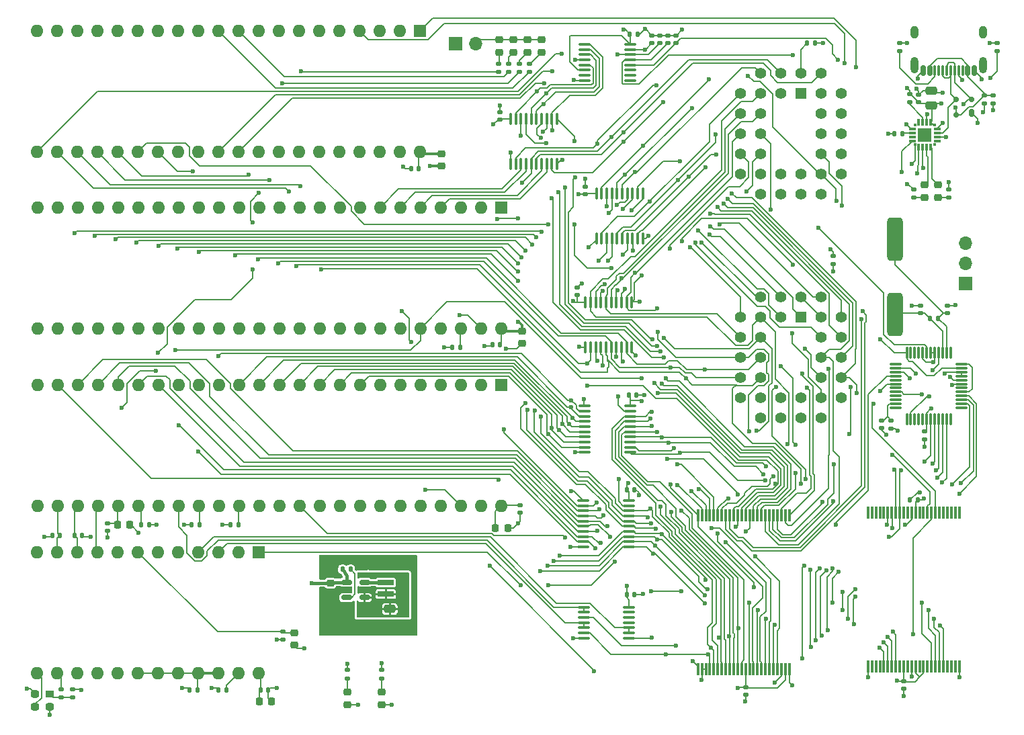
<source format=gtl>
G04 #@! TF.GenerationSoftware,KiCad,Pcbnew,8.0.4*
G04 #@! TF.CreationDate,2024-07-23T15:45:12-07:00*
G04 #@! TF.ProjectId,ns32k,6e733332-6b2e-46b6-9963-61645f706362,rev?*
G04 #@! TF.SameCoordinates,Original*
G04 #@! TF.FileFunction,Copper,L1,Top*
G04 #@! TF.FilePolarity,Positive*
%FSLAX46Y46*%
G04 Gerber Fmt 4.6, Leading zero omitted, Abs format (unit mm)*
G04 Created by KiCad (PCBNEW 8.0.4) date 2024-07-23 15:45:12*
%MOMM*%
%LPD*%
G01*
G04 APERTURE LIST*
G04 Aperture macros list*
%AMRoundRect*
0 Rectangle with rounded corners*
0 $1 Rounding radius*
0 $2 $3 $4 $5 $6 $7 $8 $9 X,Y pos of 4 corners*
0 Add a 4 corners polygon primitive as box body*
4,1,4,$2,$3,$4,$5,$6,$7,$8,$9,$2,$3,0*
0 Add four circle primitives for the rounded corners*
1,1,$1+$1,$2,$3*
1,1,$1+$1,$4,$5*
1,1,$1+$1,$6,$7*
1,1,$1+$1,$8,$9*
0 Add four rect primitives between the rounded corners*
20,1,$1+$1,$2,$3,$4,$5,0*
20,1,$1+$1,$4,$5,$6,$7,0*
20,1,$1+$1,$6,$7,$8,$9,0*
20,1,$1+$1,$8,$9,$2,$3,0*%
G04 Aperture macros list end*
G04 #@! TA.AperFunction,SMDPad,CuDef*
%ADD10RoundRect,0.250000X0.475000X-0.250000X0.475000X0.250000X-0.475000X0.250000X-0.475000X-0.250000X0*%
G04 #@! TD*
G04 #@! TA.AperFunction,SMDPad,CuDef*
%ADD11RoundRect,0.135000X0.185000X-0.135000X0.185000X0.135000X-0.185000X0.135000X-0.185000X-0.135000X0*%
G04 #@! TD*
G04 #@! TA.AperFunction,SMDPad,CuDef*
%ADD12RoundRect,0.218750X-0.256250X0.218750X-0.256250X-0.218750X0.256250X-0.218750X0.256250X0.218750X0*%
G04 #@! TD*
G04 #@! TA.AperFunction,SMDPad,CuDef*
%ADD13RoundRect,0.140000X-0.170000X0.140000X-0.170000X-0.140000X0.170000X-0.140000X0.170000X0.140000X0*%
G04 #@! TD*
G04 #@! TA.AperFunction,SMDPad,CuDef*
%ADD14RoundRect,0.100000X0.100000X-0.637500X0.100000X0.637500X-0.100000X0.637500X-0.100000X-0.637500X0*%
G04 #@! TD*
G04 #@! TA.AperFunction,SMDPad,CuDef*
%ADD15RoundRect,0.135000X-0.135000X-0.185000X0.135000X-0.185000X0.135000X0.185000X-0.135000X0.185000X0*%
G04 #@! TD*
G04 #@! TA.AperFunction,SMDPad,CuDef*
%ADD16RoundRect,0.135000X0.135000X0.185000X-0.135000X0.185000X-0.135000X-0.185000X0.135000X-0.185000X0*%
G04 #@! TD*
G04 #@! TA.AperFunction,SMDPad,CuDef*
%ADD17RoundRect,0.140000X0.170000X-0.140000X0.170000X0.140000X-0.170000X0.140000X-0.170000X-0.140000X0*%
G04 #@! TD*
G04 #@! TA.AperFunction,SMDPad,CuDef*
%ADD18RoundRect,0.140000X0.140000X0.170000X-0.140000X0.170000X-0.140000X-0.170000X0.140000X-0.170000X0*%
G04 #@! TD*
G04 #@! TA.AperFunction,SMDPad,CuDef*
%ADD19RoundRect,0.218750X0.256250X-0.218750X0.256250X0.218750X-0.256250X0.218750X-0.256250X-0.218750X0*%
G04 #@! TD*
G04 #@! TA.AperFunction,SMDPad,CuDef*
%ADD20RoundRect,0.225000X-0.250000X0.225000X-0.250000X-0.225000X0.250000X-0.225000X0.250000X0.225000X0*%
G04 #@! TD*
G04 #@! TA.AperFunction,SMDPad,CuDef*
%ADD21RoundRect,0.135000X-0.185000X0.135000X-0.185000X-0.135000X0.185000X-0.135000X0.185000X0.135000X0*%
G04 #@! TD*
G04 #@! TA.AperFunction,SMDPad,CuDef*
%ADD22RoundRect,0.100000X-0.637500X-0.100000X0.637500X-0.100000X0.637500X0.100000X-0.637500X0.100000X0*%
G04 #@! TD*
G04 #@! TA.AperFunction,SMDPad,CuDef*
%ADD23RoundRect,0.140000X-0.140000X-0.170000X0.140000X-0.170000X0.140000X0.170000X-0.140000X0.170000X0*%
G04 #@! TD*
G04 #@! TA.AperFunction,ComponentPad*
%ADD24R,1.600000X1.600000*%
G04 #@! TD*
G04 #@! TA.AperFunction,ComponentPad*
%ADD25O,1.600000X1.600000*%
G04 #@! TD*
G04 #@! TA.AperFunction,SMDPad,CuDef*
%ADD26RoundRect,0.075000X0.662500X0.075000X-0.662500X0.075000X-0.662500X-0.075000X0.662500X-0.075000X0*%
G04 #@! TD*
G04 #@! TA.AperFunction,SMDPad,CuDef*
%ADD27RoundRect,0.075000X0.075000X0.662500X-0.075000X0.662500X-0.075000X-0.662500X0.075000X-0.662500X0*%
G04 #@! TD*
G04 #@! TA.AperFunction,SMDPad,CuDef*
%ADD28RoundRect,0.175000X0.175000X0.325000X-0.175000X0.325000X-0.175000X-0.325000X0.175000X-0.325000X0*%
G04 #@! TD*
G04 #@! TA.AperFunction,SMDPad,CuDef*
%ADD29RoundRect,0.150000X0.200000X0.150000X-0.200000X0.150000X-0.200000X-0.150000X0.200000X-0.150000X0*%
G04 #@! TD*
G04 #@! TA.AperFunction,ComponentPad*
%ADD30R,1.422400X1.422400*%
G04 #@! TD*
G04 #@! TA.AperFunction,ComponentPad*
%ADD31C,1.422400*%
G04 #@! TD*
G04 #@! TA.AperFunction,SMDPad,CuDef*
%ADD32RoundRect,0.250000X-0.475000X0.250000X-0.475000X-0.250000X0.475000X-0.250000X0.475000X0.250000X0*%
G04 #@! TD*
G04 #@! TA.AperFunction,SMDPad,CuDef*
%ADD33RoundRect,0.225000X-0.225000X-0.250000X0.225000X-0.250000X0.225000X0.250000X-0.225000X0.250000X0*%
G04 #@! TD*
G04 #@! TA.AperFunction,SMDPad,CuDef*
%ADD34RoundRect,0.150000X0.150000X0.500000X-0.150000X0.500000X-0.150000X-0.500000X0.150000X-0.500000X0*%
G04 #@! TD*
G04 #@! TA.AperFunction,SMDPad,CuDef*
%ADD35RoundRect,0.075000X0.075000X0.575000X-0.075000X0.575000X-0.075000X-0.575000X0.075000X-0.575000X0*%
G04 #@! TD*
G04 #@! TA.AperFunction,ComponentPad*
%ADD36O,1.000000X2.100000*%
G04 #@! TD*
G04 #@! TA.AperFunction,ComponentPad*
%ADD37O,1.000000X1.600000*%
G04 #@! TD*
G04 #@! TA.AperFunction,SMDPad,CuDef*
%ADD38RoundRect,0.150000X-0.512500X-0.150000X0.512500X-0.150000X0.512500X0.150000X-0.512500X0.150000X0*%
G04 #@! TD*
G04 #@! TA.AperFunction,SMDPad,CuDef*
%ADD39RoundRect,0.500000X0.500000X-2.250000X0.500000X2.250000X-0.500000X2.250000X-0.500000X-2.250000X0*%
G04 #@! TD*
G04 #@! TA.AperFunction,SMDPad,CuDef*
%ADD40RoundRect,0.237500X0.262500X0.237500X-0.262500X0.237500X-0.262500X-0.237500X0.262500X-0.237500X0*%
G04 #@! TD*
G04 #@! TA.AperFunction,SMDPad,CuDef*
%ADD41R,1.000000X0.950000*%
G04 #@! TD*
G04 #@! TA.AperFunction,SMDPad,CuDef*
%ADD42RoundRect,0.075000X-0.075000X0.712500X-0.075000X-0.712500X0.075000X-0.712500X0.075000X0.712500X0*%
G04 #@! TD*
G04 #@! TA.AperFunction,SMDPad,CuDef*
%ADD43R,1.800000X1.800000*%
G04 #@! TD*
G04 #@! TA.AperFunction,SMDPad,CuDef*
%ADD44R,0.300000X0.300000*%
G04 #@! TD*
G04 #@! TA.AperFunction,SMDPad,CuDef*
%ADD45R,0.900000X0.300000*%
G04 #@! TD*
G04 #@! TA.AperFunction,SMDPad,CuDef*
%ADD46R,0.300000X0.900000*%
G04 #@! TD*
G04 #@! TA.AperFunction,ComponentPad*
%ADD47R,1.700000X1.700000*%
G04 #@! TD*
G04 #@! TA.AperFunction,ComponentPad*
%ADD48O,1.700000X1.700000*%
G04 #@! TD*
G04 #@! TA.AperFunction,SMDPad,CuDef*
%ADD49R,2.000000X0.700000*%
G04 #@! TD*
G04 #@! TA.AperFunction,ViaPad*
%ADD50C,0.600000*%
G04 #@! TD*
G04 #@! TA.AperFunction,Conductor*
%ADD51C,0.203200*%
G04 #@! TD*
G04 #@! TA.AperFunction,Conductor*
%ADD52C,0.200000*%
G04 #@! TD*
G04 #@! TA.AperFunction,Conductor*
%ADD53C,0.152400*%
G04 #@! TD*
G04 #@! TA.AperFunction,Conductor*
%ADD54C,0.304800*%
G04 #@! TD*
G04 #@! TA.AperFunction,Conductor*
%ADD55C,0.406400*%
G04 #@! TD*
G04 #@! TA.AperFunction,Conductor*
%ADD56C,0.381000*%
G04 #@! TD*
G04 APERTURE END LIST*
D10*
X167182800Y-42148800D03*
X167182800Y-40248800D03*
D11*
X116535200Y-36878800D03*
X116535200Y-37898800D03*
X115265200Y-37898800D03*
X115265200Y-36878800D03*
X113893600Y-36878800D03*
X113893600Y-37898800D03*
X112623600Y-37898800D03*
X112623600Y-36878800D03*
D12*
X118059200Y-33858100D03*
X118059200Y-35433100D03*
X116281200Y-35433100D03*
X116281200Y-33858100D03*
X114503200Y-35433100D03*
X114503200Y-33858100D03*
X112725200Y-33858100D03*
X112725200Y-35433100D03*
D11*
X85471000Y-109476000D03*
X85471000Y-108456000D03*
D13*
X166319200Y-83238400D03*
X166319200Y-84198400D03*
D14*
X123571000Y-72654000D03*
X124221000Y-72654000D03*
X124871000Y-72654000D03*
X125521000Y-72654000D03*
X126171000Y-72654000D03*
X126821000Y-72654000D03*
X127471000Y-72654000D03*
X128121000Y-72654000D03*
X128771000Y-72654000D03*
X129421000Y-72654000D03*
X129421000Y-66929000D03*
X128771000Y-66929000D03*
X128121000Y-66929000D03*
X127471000Y-66929000D03*
X126821000Y-66929000D03*
X126171000Y-66929000D03*
X125521000Y-66929000D03*
X124871000Y-66929000D03*
X124221000Y-66929000D03*
X123571000Y-66929000D03*
D15*
X77366400Y-115773200D03*
X78386400Y-115773200D03*
D12*
X166344600Y-52148000D03*
X166344600Y-53723000D03*
D16*
X74678000Y-115773200D03*
X73658000Y-115773200D03*
D17*
X165582600Y-41755000D03*
X165582600Y-40795000D03*
D18*
X112798800Y-72288400D03*
X111838800Y-72288400D03*
D16*
X93982000Y-100584000D03*
X92962000Y-100584000D03*
D15*
X106805000Y-72644000D03*
X107825000Y-72644000D03*
D19*
X97917000Y-117652900D03*
X97917000Y-116077900D03*
D20*
X86868000Y-108572000D03*
X86868000Y-110122000D03*
D21*
X164947600Y-52705000D03*
X164947600Y-53725000D03*
D17*
X160934400Y-82826800D03*
X160934400Y-81866800D03*
D12*
X168025600Y-52148000D03*
X168025600Y-53723000D03*
D22*
X123502500Y-34428000D03*
X123502500Y-35078000D03*
X123502500Y-35728000D03*
X123502500Y-36378000D03*
X123502500Y-37028000D03*
X123502500Y-37678000D03*
X123502500Y-38328000D03*
X123502500Y-38978000D03*
X129227500Y-38978000D03*
X129227500Y-38328000D03*
X129227500Y-37678000D03*
X129227500Y-37028000D03*
X129227500Y-36378000D03*
X129227500Y-35728000D03*
X129227500Y-35078000D03*
X129227500Y-34428000D03*
D13*
X143764000Y-115471000D03*
X143764000Y-116431000D03*
D23*
X82677000Y-115773200D03*
X83637000Y-115773200D03*
D17*
X169214800Y-68298000D03*
X169214800Y-67338000D03*
D11*
X175488600Y-35310000D03*
X175488600Y-34290000D03*
D24*
X112943000Y-54991000D03*
D25*
X110403000Y-54991000D03*
X107863000Y-54991000D03*
X105323000Y-54991000D03*
X102783000Y-54991000D03*
X100243000Y-54991000D03*
X97703000Y-54991000D03*
X95163000Y-54991000D03*
X92623000Y-54991000D03*
X90083000Y-54991000D03*
X87543000Y-54991000D03*
X85003000Y-54991000D03*
X82463000Y-54991000D03*
X79923000Y-54991000D03*
X77383000Y-54991000D03*
X74843000Y-54991000D03*
X72303000Y-54991000D03*
X69763000Y-54991000D03*
X67223000Y-54991000D03*
X64683000Y-54991000D03*
X62143000Y-54991000D03*
X59603000Y-54991000D03*
X57063000Y-54991000D03*
X54523000Y-54991000D03*
X54523000Y-70231000D03*
X57063000Y-70231000D03*
X59603000Y-70231000D03*
X62143000Y-70231000D03*
X64683000Y-70231000D03*
X67223000Y-70231000D03*
X69763000Y-70231000D03*
X72303000Y-70231000D03*
X74843000Y-70231000D03*
X77383000Y-70231000D03*
X79923000Y-70231000D03*
X82463000Y-70231000D03*
X85003000Y-70231000D03*
X87543000Y-70231000D03*
X90083000Y-70231000D03*
X92623000Y-70231000D03*
X95163000Y-70231000D03*
X97703000Y-70231000D03*
X100243000Y-70231000D03*
X102783000Y-70231000D03*
X105323000Y-70231000D03*
X107863000Y-70231000D03*
X110403000Y-70231000D03*
X112943000Y-70231000D03*
D17*
X58928000Y-115753000D03*
X58928000Y-116713000D03*
D26*
X170989700Y-80248800D03*
X170989700Y-79748800D03*
X170989700Y-79248800D03*
X170989700Y-78748800D03*
X170989700Y-78248800D03*
X170989700Y-77748800D03*
X170989700Y-77248800D03*
X170989700Y-76748800D03*
X170989700Y-76248800D03*
X170989700Y-75748800D03*
X170989700Y-75248800D03*
X170989700Y-74748800D03*
D27*
X169577200Y-73336300D03*
X169077200Y-73336300D03*
X168577200Y-73336300D03*
X168077200Y-73336300D03*
X167577200Y-73336300D03*
X167077200Y-73336300D03*
X166577200Y-73336300D03*
X166077200Y-73336300D03*
X165577200Y-73336300D03*
X165077200Y-73336300D03*
X164577200Y-73336300D03*
X164077200Y-73336300D03*
D26*
X162664700Y-74748800D03*
X162664700Y-75248800D03*
X162664700Y-75748800D03*
X162664700Y-76248800D03*
X162664700Y-76748800D03*
X162664700Y-77248800D03*
X162664700Y-77748800D03*
X162664700Y-78248800D03*
X162664700Y-78748800D03*
X162664700Y-79248800D03*
X162664700Y-79748800D03*
X162664700Y-80248800D03*
D27*
X164077200Y-81661300D03*
X164577200Y-81661300D03*
X165077200Y-81661300D03*
X165577200Y-81661300D03*
X166077200Y-81661300D03*
X166577200Y-81661300D03*
X167077200Y-81661300D03*
X167577200Y-81661300D03*
X168077200Y-81661300D03*
X168577200Y-81661300D03*
X169077200Y-81661300D03*
X169577200Y-81661300D03*
D15*
X162532600Y-45722000D03*
X163552600Y-45722000D03*
D24*
X112943000Y-77343000D03*
D25*
X110403000Y-77343000D03*
X107863000Y-77343000D03*
X105323000Y-77343000D03*
X102783000Y-77343000D03*
X100243000Y-77343000D03*
X97703000Y-77343000D03*
X95163000Y-77343000D03*
X92623000Y-77343000D03*
X90083000Y-77343000D03*
X87543000Y-77343000D03*
X85003000Y-77343000D03*
X82463000Y-77343000D03*
X79923000Y-77343000D03*
X77383000Y-77343000D03*
X74843000Y-77343000D03*
X72303000Y-77343000D03*
X69763000Y-77343000D03*
X67223000Y-77343000D03*
X64683000Y-77343000D03*
X62143000Y-77343000D03*
X59603000Y-77343000D03*
X57063000Y-77343000D03*
X54523000Y-77343000D03*
X54523000Y-92583000D03*
X57063000Y-92583000D03*
X59603000Y-92583000D03*
X62143000Y-92583000D03*
X64683000Y-92583000D03*
X67223000Y-92583000D03*
X69763000Y-92583000D03*
X72303000Y-92583000D03*
X74843000Y-92583000D03*
X77383000Y-92583000D03*
X79923000Y-92583000D03*
X82463000Y-92583000D03*
X85003000Y-92583000D03*
X87543000Y-92583000D03*
X90083000Y-92583000D03*
X92623000Y-92583000D03*
X95163000Y-92583000D03*
X97703000Y-92583000D03*
X100243000Y-92583000D03*
X102783000Y-92583000D03*
X105323000Y-92583000D03*
X107863000Y-92583000D03*
X110403000Y-92583000D03*
X112943000Y-92583000D03*
D21*
X97917000Y-113307400D03*
X97917000Y-114327400D03*
D20*
X105410000Y-48247000D03*
X105410000Y-49797000D03*
D28*
X172281600Y-43109000D03*
D29*
X172281600Y-41409000D03*
X170281600Y-41409000D03*
X170281600Y-43309000D03*
D30*
X150749000Y-68834000D03*
D31*
X148209000Y-66294000D03*
X148209000Y-68834000D03*
X145669000Y-66294000D03*
X143129000Y-68834000D03*
X145669000Y-68834000D03*
X143129000Y-71374000D03*
X145669000Y-71374000D03*
X143129000Y-73914000D03*
X145669000Y-73914000D03*
X143129000Y-76454000D03*
X145669000Y-76454000D03*
X143129000Y-78994000D03*
X145669000Y-81534000D03*
X145669000Y-78994000D03*
X148209000Y-81534000D03*
X148209000Y-78994000D03*
X150749000Y-81534000D03*
X150749000Y-78994000D03*
X153289000Y-81534000D03*
X155829000Y-78994000D03*
X153289000Y-78994000D03*
X155829000Y-76454000D03*
X153289000Y-76454000D03*
X155829000Y-73914000D03*
X153289000Y-73914000D03*
X155829000Y-71374000D03*
X153289000Y-71374000D03*
X155829000Y-68834000D03*
X153289000Y-66294000D03*
X153289000Y-68834000D03*
X150749000Y-66294000D03*
D11*
X163169600Y-35310000D03*
X163169600Y-34290000D03*
D22*
X123375500Y-105365000D03*
X123375500Y-106015000D03*
X123375500Y-106665000D03*
X123375500Y-107315000D03*
X123375500Y-107965000D03*
X123375500Y-108615000D03*
X123375500Y-109265000D03*
X129100500Y-109265000D03*
X129100500Y-108615000D03*
X129100500Y-107965000D03*
X129100500Y-107315000D03*
X129100500Y-106665000D03*
X129100500Y-106015000D03*
X129100500Y-105365000D03*
D18*
X57376000Y-96316800D03*
X56416000Y-96316800D03*
D32*
X98933000Y-105603000D03*
X98933000Y-107503000D03*
D21*
X164439600Y-40745000D03*
X164439600Y-41765000D03*
D33*
X64630000Y-94996000D03*
X66180000Y-94996000D03*
D13*
X163728400Y-114683600D03*
X163728400Y-115643600D03*
D15*
X73912000Y-94996000D03*
X74932000Y-94996000D03*
D20*
X115570000Y-70599000D03*
X115570000Y-72149000D03*
D21*
X169392600Y-52705000D03*
X169392600Y-53725000D03*
X174980600Y-40894000D03*
X174980600Y-41914000D03*
D20*
X91440000Y-102349000D03*
X91440000Y-103899000D03*
D14*
X124964000Y-58936000D03*
X125614000Y-58936000D03*
X126264000Y-58936000D03*
X126914000Y-58936000D03*
X127564000Y-58936000D03*
X128214000Y-58936000D03*
X128864000Y-58936000D03*
X129514000Y-58936000D03*
X130164000Y-58936000D03*
X130814000Y-58936000D03*
X130814000Y-53211000D03*
X130164000Y-53211000D03*
X129514000Y-53211000D03*
X128864000Y-53211000D03*
X128214000Y-53211000D03*
X127564000Y-53211000D03*
X126914000Y-53211000D03*
X126264000Y-53211000D03*
X125614000Y-53211000D03*
X124964000Y-53211000D03*
D17*
X131953000Y-34262000D03*
X131953000Y-33302000D03*
D33*
X112255000Y-95377000D03*
X113805000Y-95377000D03*
D17*
X135001000Y-34262000D03*
X135001000Y-33302000D03*
D23*
X59210000Y-96316800D03*
X60170000Y-96316800D03*
D34*
X172561600Y-37718000D03*
X171761600Y-37718000D03*
D35*
X170611600Y-37718000D03*
X169611600Y-37718000D03*
X169111600Y-37718000D03*
X168111600Y-37718000D03*
D34*
X166961600Y-37718000D03*
X166161600Y-37718000D03*
X166161600Y-37718000D03*
X166961600Y-37718000D03*
D35*
X167611600Y-37718000D03*
X168611600Y-37718000D03*
X170111600Y-37718000D03*
X171111600Y-37718000D03*
D34*
X171761600Y-37718000D03*
X172561600Y-37718000D03*
D36*
X173681600Y-37078000D03*
D37*
X173681600Y-32898000D03*
D36*
X165041600Y-37078000D03*
D37*
X165041600Y-32898000D03*
D23*
X129060000Y-78613000D03*
X130020000Y-78613000D03*
D17*
X165813800Y-68298000D03*
X165813800Y-67338000D03*
D22*
X123502500Y-80006000D03*
X123502500Y-80656000D03*
X123502500Y-81306000D03*
X123502500Y-81956000D03*
X123502500Y-82606000D03*
X123502500Y-83256000D03*
X123502500Y-83906000D03*
X123502500Y-84556000D03*
X123502500Y-85206000D03*
X123502500Y-85856000D03*
X129227500Y-85856000D03*
X129227500Y-85206000D03*
X129227500Y-84556000D03*
X129227500Y-83906000D03*
X129227500Y-83256000D03*
X129227500Y-82606000D03*
X129227500Y-81956000D03*
X129227500Y-81306000D03*
X129227500Y-80656000D03*
X129227500Y-80006000D03*
D38*
X93477500Y-102240000D03*
X93477500Y-103190000D03*
X93477500Y-104140000D03*
X95752500Y-104140000D03*
X95752500Y-102240000D03*
D17*
X132969000Y-34262000D03*
X132969000Y-33302000D03*
D11*
X57531000Y-115695000D03*
X57531000Y-116715000D03*
D39*
X162610800Y-68503400D03*
X162610800Y-59003400D03*
D15*
X166977600Y-68961000D03*
X167997600Y-68961000D03*
D40*
X56079000Y-117882000D03*
X54229000Y-117882000D03*
X54229000Y-116332000D03*
D41*
X56079000Y-116332000D03*
D15*
X78865000Y-94996000D03*
X79885000Y-94996000D03*
D42*
X149264000Y-93782000D03*
X148764000Y-93782000D03*
X148264000Y-93782000D03*
X147764000Y-93782000D03*
X147264000Y-93782000D03*
X146764000Y-93782000D03*
X146264000Y-93782000D03*
X145764000Y-93782000D03*
X145264000Y-93782000D03*
X144764000Y-93782000D03*
X144264000Y-93782000D03*
X143764000Y-93782000D03*
X143264000Y-93782000D03*
X142764000Y-93782000D03*
X142264000Y-93782000D03*
X141764000Y-93782000D03*
X141264000Y-93782000D03*
X140764000Y-93782000D03*
X140264000Y-93782000D03*
X139764000Y-93782000D03*
X139264000Y-93782000D03*
X138764000Y-93782000D03*
X138264000Y-93782000D03*
X137764000Y-93782000D03*
X137764000Y-113157000D03*
X138264000Y-113157000D03*
X138764000Y-113157000D03*
X139264000Y-113157000D03*
X139764000Y-113157000D03*
X140264000Y-113157000D03*
X140764000Y-113157000D03*
X141264000Y-113157000D03*
X141764000Y-113157000D03*
X142264000Y-113157000D03*
X142764000Y-113157000D03*
X143264000Y-113157000D03*
X143764000Y-113157000D03*
X144264000Y-113157000D03*
X144764000Y-113157000D03*
X145264000Y-113157000D03*
X145764000Y-113157000D03*
X146264000Y-113157000D03*
X146764000Y-113157000D03*
X147264000Y-113157000D03*
X147764000Y-113157000D03*
X148264000Y-113157000D03*
X148764000Y-113157000D03*
X149264000Y-113157000D03*
X170687000Y-93472000D03*
X170187000Y-93472000D03*
X169687000Y-93472000D03*
X169187000Y-93472000D03*
X168687000Y-93472000D03*
X168187000Y-93472000D03*
X167687000Y-93472000D03*
X167187000Y-93472000D03*
X166687000Y-93472000D03*
X166187000Y-93472000D03*
X165687000Y-93472000D03*
X165187000Y-93472000D03*
X164687000Y-93472000D03*
X164187000Y-93472000D03*
X163687000Y-93472000D03*
X163187000Y-93472000D03*
X162687000Y-93472000D03*
X162187000Y-93472000D03*
X161687000Y-93472000D03*
X161187000Y-93472000D03*
X160687000Y-93472000D03*
X160187000Y-93472000D03*
X159687000Y-93472000D03*
X159187000Y-93472000D03*
X159187000Y-112847000D03*
X159687000Y-112847000D03*
X160187000Y-112847000D03*
X160687000Y-112847000D03*
X161187000Y-112847000D03*
X161687000Y-112847000D03*
X162187000Y-112847000D03*
X162687000Y-112847000D03*
X163187000Y-112847000D03*
X163687000Y-112847000D03*
X164187000Y-112847000D03*
X164687000Y-112847000D03*
X165187000Y-112847000D03*
X165687000Y-112847000D03*
X166187000Y-112847000D03*
X166687000Y-112847000D03*
X167187000Y-112847000D03*
X167687000Y-112847000D03*
X168187000Y-112847000D03*
X168687000Y-112847000D03*
X169187000Y-112847000D03*
X169687000Y-112847000D03*
X170187000Y-112847000D03*
X170687000Y-112847000D03*
D23*
X128806000Y-103759000D03*
X129766000Y-103759000D03*
D21*
X162077400Y-81838800D03*
X162077400Y-82858800D03*
D13*
X115316000Y-92484000D03*
X115316000Y-93444000D03*
D24*
X82443000Y-98425000D03*
D25*
X79903000Y-98425000D03*
X77363000Y-98425000D03*
X74823000Y-98425000D03*
X72283000Y-98425000D03*
X69743000Y-98425000D03*
X67203000Y-98425000D03*
X64663000Y-98425000D03*
X62123000Y-98425000D03*
X59583000Y-98425000D03*
X57043000Y-98425000D03*
X54503000Y-98425000D03*
X54503000Y-113665000D03*
X57043000Y-113665000D03*
X59583000Y-113665000D03*
X62123000Y-113665000D03*
X64663000Y-113665000D03*
X67203000Y-113665000D03*
X69743000Y-113665000D03*
X72283000Y-113665000D03*
X74823000Y-113665000D03*
X77363000Y-113665000D03*
X79903000Y-113665000D03*
X82443000Y-113665000D03*
D21*
X93599000Y-113307400D03*
X93599000Y-114327400D03*
D18*
X165453000Y-91821000D03*
X164493000Y-91821000D03*
D17*
X122529600Y-66062800D03*
X122529600Y-65102800D03*
D23*
X129187000Y-33147000D03*
X130147000Y-33147000D03*
D14*
X114165000Y-49540000D03*
X114815000Y-49540000D03*
X115465000Y-49540000D03*
X116115000Y-49540000D03*
X116765000Y-49540000D03*
X117415000Y-49540000D03*
X118065000Y-49540000D03*
X118715000Y-49540000D03*
X119365000Y-49540000D03*
X120015000Y-49540000D03*
X120015000Y-43815000D03*
X119365000Y-43815000D03*
X118715000Y-43815000D03*
X118065000Y-43815000D03*
X117415000Y-43815000D03*
X116765000Y-43815000D03*
X116115000Y-43815000D03*
X115465000Y-43815000D03*
X114815000Y-43815000D03*
X114165000Y-43815000D03*
D19*
X93599000Y-117652900D03*
X93599000Y-116077900D03*
D11*
X173837600Y-41914000D03*
X173837600Y-40894000D03*
D17*
X123571000Y-53312000D03*
X123571000Y-52352000D03*
X112776000Y-43914000D03*
X112776000Y-42954000D03*
D30*
X150749000Y-40640000D03*
D31*
X148209000Y-38100000D03*
X148209000Y-40640000D03*
X145669000Y-38100000D03*
X143129000Y-40640000D03*
X145669000Y-40640000D03*
X143129000Y-43180000D03*
X145669000Y-43180000D03*
X143129000Y-45720000D03*
X145669000Y-45720000D03*
X143129000Y-48260000D03*
X145669000Y-48260000D03*
X143129000Y-50800000D03*
X145669000Y-53340000D03*
X145669000Y-50800000D03*
X148209000Y-53340000D03*
X148209000Y-50800000D03*
X150749000Y-53340000D03*
X150749000Y-50800000D03*
X153289000Y-53340000D03*
X155829000Y-50800000D03*
X153289000Y-50800000D03*
X155829000Y-48260000D03*
X153289000Y-48260000D03*
X155829000Y-45720000D03*
X153289000Y-45720000D03*
X155829000Y-43180000D03*
X153289000Y-43180000D03*
X155829000Y-40640000D03*
X153289000Y-38100000D03*
X153289000Y-40640000D03*
X150749000Y-38100000D03*
D43*
X166344600Y-45849000D03*
D44*
X167594600Y-47099000D03*
D45*
X167894600Y-46599000D03*
X167894600Y-46099000D03*
X167894600Y-45599000D03*
X167894600Y-45099000D03*
D44*
X167594600Y-44599000D03*
D46*
X167094600Y-44299000D03*
X166594600Y-44299000D03*
X166094600Y-44299000D03*
X165594600Y-44299000D03*
D44*
X165094600Y-44599000D03*
D45*
X164794600Y-45099000D03*
X164794600Y-45599000D03*
X164794600Y-46099000D03*
X164794600Y-46599000D03*
D44*
X165094600Y-47099000D03*
D46*
X165594600Y-47399000D03*
X166094600Y-47399000D03*
X166594600Y-47399000D03*
X167094600Y-47399000D03*
D17*
X133985000Y-34262000D03*
X133985000Y-33302000D03*
D22*
X123317000Y-91933000D03*
X123317000Y-92583000D03*
X123317000Y-93233000D03*
X123317000Y-93883000D03*
X123317000Y-94533000D03*
X123317000Y-95183000D03*
X123317000Y-95833000D03*
X123317000Y-96483000D03*
X123317000Y-97133000D03*
X123317000Y-97783000D03*
X129042000Y-97783000D03*
X129042000Y-97133000D03*
X129042000Y-96483000D03*
X129042000Y-95833000D03*
X129042000Y-95183000D03*
X129042000Y-94533000D03*
X129042000Y-93883000D03*
X129042000Y-93233000D03*
X129042000Y-92583000D03*
X129042000Y-91933000D03*
D47*
X171500800Y-64621000D03*
D48*
X171500800Y-62081000D03*
X171500800Y-59541000D03*
D17*
X154787600Y-62100400D03*
X154787600Y-61140400D03*
D13*
X63398400Y-94770000D03*
X63398400Y-95730000D03*
D23*
X151539000Y-34290000D03*
X152499000Y-34290000D03*
D33*
X82509000Y-117221000D03*
X84059000Y-117221000D03*
D48*
X109773800Y-34340800D03*
D47*
X107233800Y-34340800D03*
D16*
X68582000Y-94996000D03*
X67562000Y-94996000D03*
D18*
X102588000Y-50088800D03*
X101628000Y-50088800D03*
D23*
X128806000Y-90551000D03*
X129766000Y-90551000D03*
D49*
X98425000Y-102272000D03*
X98425000Y-103722000D03*
D24*
X102743000Y-32766000D03*
D25*
X100203000Y-32766000D03*
X97663000Y-32766000D03*
X95123000Y-32766000D03*
X92583000Y-32766000D03*
X90043000Y-32766000D03*
X87503000Y-32766000D03*
X84963000Y-32766000D03*
X82423000Y-32766000D03*
X79883000Y-32766000D03*
X77343000Y-32766000D03*
X74803000Y-32766000D03*
X72263000Y-32766000D03*
X69723000Y-32766000D03*
X67183000Y-32766000D03*
X64643000Y-32766000D03*
X62103000Y-32766000D03*
X59563000Y-32766000D03*
X57023000Y-32766000D03*
X54483000Y-32766000D03*
X54483000Y-48006000D03*
X57023000Y-48006000D03*
X59563000Y-48006000D03*
X62103000Y-48006000D03*
X64643000Y-48006000D03*
X67183000Y-48006000D03*
X69723000Y-48006000D03*
X72263000Y-48006000D03*
X74803000Y-48006000D03*
X77343000Y-48006000D03*
X79883000Y-48006000D03*
X82423000Y-48006000D03*
X84963000Y-48006000D03*
X87503000Y-48006000D03*
X90043000Y-48006000D03*
X92583000Y-48006000D03*
X95123000Y-48006000D03*
X97663000Y-48006000D03*
X100203000Y-48006000D03*
X102743000Y-48006000D03*
D50*
X69748400Y-73304400D03*
X81686400Y-62839600D03*
X81635600Y-56896000D03*
X69494400Y-75590400D03*
X65125600Y-80264000D03*
X85401400Y-39325800D03*
X87731600Y-37795200D03*
X82448400Y-53187600D03*
X67259200Y-95961200D03*
X122826400Y-72542400D03*
X91186000Y-107848400D03*
X122326400Y-85852000D03*
X174548800Y-34290000D03*
X123952000Y-60045600D03*
X164134800Y-34290000D03*
X154432000Y-60248800D03*
X121716800Y-97790000D03*
X164744400Y-114147600D03*
X56083200Y-118973600D03*
X168984206Y-46099006D03*
X130860800Y-103733600D03*
X115112800Y-94792800D03*
X104038400Y-49784000D03*
X91186000Y-100076000D03*
X138226800Y-114503200D03*
X135788400Y-32613600D03*
X94945200Y-117703600D03*
X97434400Y-107543600D03*
X55422800Y-96520000D03*
X164744400Y-67360800D03*
X110845600Y-72491600D03*
X101955600Y-103632000D03*
X161550828Y-94956884D03*
X101549200Y-100076000D03*
X147421600Y-114909600D03*
X84734400Y-115570000D03*
X120718600Y-49035139D03*
X122280803Y-36378003D03*
X165318834Y-40072400D03*
X114147600Y-48056800D03*
X129946400Y-73660000D03*
X162966400Y-83159600D03*
X122123200Y-38912800D03*
X174980600Y-42722800D03*
X143713200Y-117246400D03*
X112776000Y-42113200D03*
X97129600Y-100126800D03*
X53187600Y-115620800D03*
X131504375Y-58572400D03*
X165455600Y-38760400D03*
X159207200Y-114198400D03*
X163830000Y-94945200D03*
X166319200Y-85140800D03*
X164033200Y-44551600D03*
X113588778Y-72796422D03*
X131064000Y-32512000D03*
X101498400Y-107746800D03*
X63347600Y-96570800D03*
X123596400Y-51358800D03*
X122072400Y-109270800D03*
X167436800Y-74523600D03*
X153517600Y-34290000D03*
X88138000Y-110540800D03*
X100634800Y-49885600D03*
X130302000Y-91236800D03*
X165709600Y-90881200D03*
X170180000Y-67310000D03*
X131013200Y-78638400D03*
X123139200Y-64566800D03*
X173532800Y-38862000D03*
X168605194Y-40538394D03*
X99212400Y-117652800D03*
X61214000Y-96520000D03*
X173024800Y-44348400D03*
X163728396Y-116535200D03*
X170687000Y-114197400D03*
X154787600Y-63093600D03*
X142798800Y-115519200D03*
X122682000Y-53340000D03*
X164084000Y-52019200D03*
X128828800Y-102717600D03*
X122021600Y-66802000D03*
X161747200Y-45720000D03*
X167132000Y-80365600D03*
X100634800Y-104800400D03*
X97383600Y-105714800D03*
X169392606Y-51790606D03*
X97942400Y-112420400D03*
X96215200Y-101244400D03*
X168452808Y-41910000D03*
X96062800Y-105714800D03*
X162814000Y-114655600D03*
X173685200Y-42976800D03*
X161493200Y-83616800D03*
X164134800Y-39979600D03*
X100634800Y-102616000D03*
X111963200Y-44551600D03*
X130657600Y-79400400D03*
X128998961Y-89696357D03*
X128371600Y-32613600D03*
X166199802Y-91694000D03*
X168859200Y-75895200D03*
X155244800Y-54152800D03*
X131064000Y-35078000D03*
X144068800Y-38404800D03*
X149606000Y-70815200D03*
X127609600Y-35712400D03*
X120599200Y-35661600D03*
X149707600Y-35763200D03*
X160749000Y-71577200D03*
X162255200Y-86207600D03*
X155397200Y-36364800D03*
X77876400Y-94996000D03*
X69545200Y-94996000D03*
X72999600Y-94996000D03*
X84683600Y-109474000D03*
X76504800Y-115570000D03*
X72796400Y-115570000D03*
X89103200Y-102362000D03*
X60045600Y-115773200D03*
X105816400Y-72644000D03*
X115062000Y-69392800D03*
X93624400Y-112471200D03*
X171246800Y-41960800D03*
X168605200Y-44348400D03*
X166624000Y-43281600D03*
X170230800Y-42418000D03*
X169573020Y-76352400D03*
X165354000Y-50698400D03*
X166116000Y-50038000D03*
X169815600Y-77409305D03*
X171094400Y-38963600D03*
X174650400Y-38709600D03*
X127304800Y-99669600D03*
X115417601Y-102616001D03*
X127711200Y-78841600D03*
X127762000Y-89255600D03*
X118872010Y-102616000D03*
X130708400Y-76504800D03*
X130454400Y-66903600D03*
X130653753Y-63595330D03*
X71932800Y-72999600D03*
X129387600Y-55372000D03*
X122243400Y-46634400D03*
X123393200Y-79146400D03*
X121767600Y-90728800D03*
X121005600Y-96570800D03*
X126343400Y-95141964D03*
X128270000Y-74422000D03*
X119321200Y-82753200D03*
X126542800Y-55676800D03*
X107696000Y-68580000D03*
X115417600Y-45923200D03*
X125323600Y-93014800D03*
X125765599Y-74929232D03*
X126238000Y-54864000D03*
X118922800Y-83515200D03*
X126034800Y-64668400D03*
X74828400Y-85750135D03*
X124866400Y-97942400D03*
X121941718Y-81521968D03*
X128270000Y-60960000D03*
X127558800Y-54711600D03*
X120243600Y-83058000D03*
X121810399Y-80128781D03*
X126398033Y-61682578D03*
X127630654Y-65441139D03*
X125110608Y-95716994D03*
X118668800Y-46888400D03*
X127444616Y-73852015D03*
X125882400Y-93827600D03*
X125120400Y-74320400D03*
X124968000Y-92202002D03*
X112674400Y-89306400D03*
X113284000Y-82956400D03*
X118262400Y-45466000D03*
X129540000Y-60452000D03*
X121513600Y-82245200D03*
X125526800Y-97282000D03*
X125780800Y-65532000D03*
X72303000Y-82448400D03*
X74117200Y-50444400D03*
X117957600Y-46228000D03*
X120650000Y-82296000D03*
X128270000Y-55219600D03*
X126695200Y-96469200D03*
X128524000Y-65278000D03*
X103428800Y-90576400D03*
X100431600Y-68072000D03*
X101600000Y-71932800D03*
X77368400Y-73710800D03*
X121810399Y-79277990D03*
X125247400Y-61722000D03*
X132098996Y-98583804D03*
X157612866Y-104056200D03*
X79451200Y-61050400D03*
X117906800Y-100787200D03*
X157429200Y-107533247D03*
X138633200Y-104851200D03*
X115104000Y-64262000D03*
X168300400Y-107696000D03*
X170688000Y-91084400D03*
X147415600Y-107614532D03*
X138633200Y-103886000D03*
X132384800Y-97637600D03*
X115104000Y-63042800D03*
X156676000Y-106832400D03*
X167538400Y-106832400D03*
X157632400Y-103124000D03*
X146303266Y-106822600D03*
X74879200Y-60643200D03*
X170891200Y-89763600D03*
X118821200Y-100126800D03*
X117246400Y-80568800D03*
X140411200Y-109220000D03*
X117398800Y-58724800D03*
X167315922Y-87274400D03*
X152611998Y-109542398D03*
X133045200Y-92710000D03*
X153140151Y-100460551D03*
X161188400Y-109778800D03*
X131419600Y-94081600D03*
X61772800Y-58572398D03*
X145315099Y-105745947D03*
X138938000Y-103124000D03*
X166827200Y-105714800D03*
X115104000Y-62077600D03*
X72186800Y-60198000D03*
X156006798Y-103479600D03*
X132638800Y-96875600D03*
X119583200Y-99517200D03*
X156006800Y-105701580D03*
X169824400Y-89865200D03*
X162306000Y-108458000D03*
X116063782Y-79620804D03*
X142900400Y-108051600D03*
X135686800Y-93167200D03*
X167961945Y-89015578D03*
X154746056Y-100491656D03*
X154111376Y-108270624D03*
X132435600Y-95453200D03*
X116060200Y-60452000D03*
X67005200Y-59385200D03*
X115519200Y-61264800D03*
X166014400Y-104800400D03*
X69799200Y-59842400D03*
X144187400Y-104800400D03*
X138733482Y-101955600D03*
X133170882Y-96137682D03*
X154686000Y-104800400D03*
X168535398Y-89642998D03*
X155463409Y-100947626D03*
X120345200Y-98856800D03*
X134416800Y-93370400D03*
X116890800Y-59639200D03*
X167792400Y-88154592D03*
X161696400Y-109118400D03*
X116281200Y-80467200D03*
X141681200Y-109016800D03*
X64414400Y-59029602D03*
X131876800Y-94792800D03*
X153923895Y-100743607D03*
X153395451Y-108917732D03*
X59207876Y-58193778D03*
X166319200Y-87020400D03*
X151993597Y-110388401D03*
X131784000Y-92913200D03*
X160680400Y-110439200D03*
X139395200Y-110439200D03*
X118059200Y-58064400D03*
X151942806Y-100685600D03*
X118008400Y-81381600D03*
X131775200Y-81635600D03*
X134721600Y-85293200D03*
X133908800Y-86715600D03*
X142798800Y-91186000D03*
X139446000Y-95402400D03*
X132588000Y-83261200D03*
X134087918Y-84629400D03*
X141284062Y-97221938D03*
X145999200Y-88595200D03*
X133207937Y-83936208D03*
X140208000Y-96062800D03*
X146304000Y-87579200D03*
X144952488Y-98948566D03*
X135464120Y-85950830D03*
X146221854Y-89408333D03*
X131978400Y-82550000D03*
X131978400Y-80772000D03*
X142544800Y-95250000D03*
X135026400Y-110185200D03*
X135686800Y-103327200D03*
X131826004Y-103327200D03*
X162282181Y-95390042D03*
X131927600Y-109169200D03*
X118389323Y-39359401D03*
X167335200Y-75488800D03*
X143814800Y-95859600D03*
X149758400Y-62230000D03*
X133705600Y-111302800D03*
X139090400Y-111302800D03*
X151275903Y-72759294D03*
X155905200Y-54762400D03*
X152958800Y-57556400D03*
X135736969Y-59240533D03*
X164846000Y-108813600D03*
X119373644Y-37801542D03*
X144830800Y-102870000D03*
X163329398Y-88112129D03*
X84886800Y-62011600D03*
X83761904Y-51503904D03*
X134213600Y-60198000D03*
X134273200Y-75133200D03*
X161848800Y-96520000D03*
X134344151Y-89937849D03*
X165201600Y-75895200D03*
X141630400Y-91643200D03*
X149047200Y-84836000D03*
X135193721Y-89964943D03*
X138633200Y-75441200D03*
X82346800Y-61518800D03*
X146964400Y-55270400D03*
X81178400Y-50901600D03*
X86258400Y-52984400D03*
X87122000Y-62414806D03*
X123799600Y-74625200D03*
X155143200Y-94996000D03*
X123817200Y-77470000D03*
X147527034Y-89792054D03*
X122174000Y-57099200D03*
X144243049Y-83232249D03*
X126847600Y-62636400D03*
X129847321Y-63263600D03*
X132689600Y-70662800D03*
X118922800Y-57099200D03*
X132588000Y-67716400D03*
X136956802Y-90728802D03*
X164490400Y-76555600D03*
X137109200Y-112166400D03*
X150714800Y-89814400D03*
X162483800Y-88061800D03*
X136220200Y-76530200D03*
X87680800Y-52273200D03*
X90271600Y-62780800D03*
X151180800Y-100126800D03*
X143865600Y-52984400D03*
X150876000Y-111861600D03*
X137864796Y-90468396D03*
X128117600Y-63915200D03*
X145186400Y-83159600D03*
X133453321Y-71438548D03*
X135178857Y-87367200D03*
X140462000Y-57099200D03*
X158496000Y-68072000D03*
X128372918Y-45568918D03*
X137813405Y-57868195D03*
X150926800Y-75946000D03*
X132537200Y-39573200D03*
X125095000Y-47015400D03*
X151366400Y-89184408D03*
X129794000Y-50546000D03*
X153416000Y-92100400D03*
X138226800Y-59385200D03*
X147574000Y-77622400D03*
X137414000Y-59385200D03*
X137012968Y-42463432D03*
X151536400Y-77723436D03*
X128524000Y-50901600D03*
X111506000Y-100177600D03*
X124663200Y-113436400D03*
X115620800Y-51866800D03*
X139192000Y-58369200D03*
X115086168Y-56349003D03*
X126898400Y-46126400D03*
X112471200Y-56447600D03*
X149606000Y-115214400D03*
X156819600Y-83566000D03*
X156972000Y-77622400D03*
X154889200Y-87325200D03*
X135534400Y-49174400D03*
X141478000Y-53898800D03*
X139293600Y-55778400D03*
X140004800Y-45821600D03*
X150062400Y-88442800D03*
X135251448Y-51583849D03*
X154169100Y-75378304D03*
X130877551Y-47209951D03*
X139141200Y-38862000D03*
X140208000Y-54965600D03*
X138709400Y-49911000D03*
X157784800Y-78384400D03*
X154838400Y-91998800D03*
X142053775Y-53208720D03*
X136597649Y-51159151D03*
X140968266Y-54534667D03*
X140055600Y-48361600D03*
X158343600Y-69037200D03*
X133350000Y-41706800D03*
X128397000Y-46710600D03*
X139326882Y-57421518D03*
X148175858Y-74988542D03*
X131670049Y-54257951D03*
X136753600Y-60045600D03*
X150063200Y-84886800D03*
X147226400Y-88866900D03*
X132612706Y-72440938D03*
X120985800Y-52449757D03*
X117503451Y-40389051D03*
X132251395Y-77095405D03*
X118287800Y-41986200D03*
X133248400Y-77216000D03*
X133062406Y-73162239D03*
X120142000Y-53035200D03*
X133705600Y-76555600D03*
X133486998Y-73898598D03*
X119430800Y-45262800D03*
X119329195Y-53847995D03*
X118675099Y-40617610D03*
X122275600Y-51180700D03*
X132689598Y-78384400D03*
X132029200Y-71577200D03*
X160731200Y-78130400D03*
X157683200Y-37287199D03*
X156210000Y-36830000D03*
X159867600Y-79705200D03*
X164693600Y-49530000D03*
X166878000Y-78790800D03*
X163474400Y-50495200D03*
X166014400Y-78536800D03*
D51*
X167182800Y-40248800D02*
X166128800Y-40248800D01*
X166128800Y-40248800D02*
X165582600Y-40795000D01*
X168605194Y-40538394D02*
X167472394Y-40538394D01*
X167472394Y-40538394D02*
X167182800Y-40248800D01*
X168439808Y-41923000D02*
X168452808Y-41910000D01*
X165750600Y-41923000D02*
X168439808Y-41923000D01*
X107863000Y-92583000D02*
X105856400Y-90576400D01*
X105856400Y-90576400D02*
X103428800Y-90576400D01*
D52*
X69748400Y-73304400D02*
X70863000Y-72189800D01*
X70863000Y-72189800D02*
X70863000Y-70115365D01*
X81686400Y-63906400D02*
X81686400Y-62839600D01*
X74328765Y-66649600D02*
X78943200Y-66649600D01*
X70863000Y-70115365D02*
X74328765Y-66649600D01*
X78943200Y-66649600D02*
X81686400Y-63906400D01*
X81635600Y-56896000D02*
X81363000Y-56623400D01*
X81363000Y-56623400D02*
X81363000Y-54273000D01*
X81363000Y-54273000D02*
X82448400Y-53187600D01*
X65125600Y-80264000D02*
X65783000Y-79606600D01*
X65783000Y-79606600D02*
X65783000Y-77227365D01*
X65783000Y-77227365D02*
X67419965Y-75590400D01*
X67419965Y-75590400D02*
X69494400Y-75590400D01*
D51*
X64683000Y-77343000D02*
X64683000Y-76388600D01*
X64683000Y-76388600D02*
X66090800Y-74980800D01*
X66090800Y-74980800D02*
X71835498Y-74980800D01*
X71835498Y-74980800D02*
X73741400Y-76886702D01*
X73741400Y-76886702D02*
X73741400Y-77799298D01*
X73741400Y-77799298D02*
X82556102Y-86614000D01*
X82556102Y-86614000D02*
X114739782Y-86614000D01*
X114739782Y-86614000D02*
X122658782Y-94533000D01*
X122658782Y-94533000D02*
X123317000Y-94533000D01*
X122544600Y-93233000D02*
X123317000Y-93233000D01*
X62143000Y-77343000D02*
X64911600Y-74574400D01*
X62774800Y-74171200D02*
X75827400Y-74171200D01*
X64911600Y-74574400D02*
X73632298Y-74574400D01*
X78821400Y-77799298D02*
X86721702Y-85699600D01*
X73632298Y-74574400D02*
X76250800Y-77192902D01*
X75827400Y-74171200D02*
X78821400Y-77165200D01*
X86721702Y-85699600D02*
X115011200Y-85699600D01*
X59603000Y-77343000D02*
X62774800Y-74171200D01*
X78821400Y-77165200D02*
X78821400Y-77799298D01*
X115011200Y-85699600D02*
X122544600Y-93233000D01*
X76250800Y-77192902D02*
X76250800Y-78790800D01*
X76250800Y-78790800D02*
X83667600Y-86207600D01*
X83667600Y-86207600D02*
X114903592Y-86207600D01*
X114903592Y-86207600D02*
X122578992Y-93883000D01*
X122578992Y-93883000D02*
X123317000Y-93883000D01*
X156210000Y-36830000D02*
X156210000Y-33070800D01*
X105816400Y-31800800D02*
X103749600Y-33867600D01*
X156210000Y-33070800D02*
X154940000Y-31800800D01*
X154940000Y-31800800D02*
X105816400Y-31800800D01*
X103749600Y-33867600D02*
X96224600Y-33867600D01*
X96224600Y-33867600D02*
X95123000Y-32766000D01*
X115265200Y-37898800D02*
X113844800Y-39319200D01*
X113844800Y-39319200D02*
X85408000Y-39319200D01*
X85408000Y-39319200D02*
X85401400Y-39325800D01*
X113893600Y-37898800D02*
X113286000Y-38506400D01*
X85623400Y-38506400D02*
X79883000Y-32766000D01*
X113286000Y-38506400D02*
X85623400Y-38506400D01*
X87835200Y-37898800D02*
X87731600Y-37795200D01*
X112623600Y-37898800D02*
X87835200Y-37898800D01*
X115095380Y-40380600D02*
X62108400Y-40380600D01*
X120599200Y-35661600D02*
X119814380Y-35661600D01*
X62108400Y-40380600D02*
X54483000Y-48006000D01*
X84554400Y-39977400D02*
X77343000Y-32766000D01*
X114456600Y-39977400D02*
X84554400Y-39977400D01*
X119814380Y-35661600D02*
X115095380Y-40380600D01*
X116535200Y-37898800D02*
X114456600Y-39977400D01*
D52*
X110256500Y-33858100D02*
X118059200Y-33858100D01*
D51*
X112725200Y-35433100D02*
X112725200Y-36777200D01*
X118059200Y-35433100D02*
X116613500Y-36878800D01*
X115265200Y-36449100D02*
X115265200Y-36878800D01*
X116281200Y-35433100D02*
X115265200Y-36449100D01*
X114503200Y-35433100D02*
X113893600Y-36042700D01*
X113893600Y-36042700D02*
X113893600Y-36878800D01*
X77343000Y-48006000D02*
X84556600Y-40792400D01*
X84556600Y-40792400D02*
X115253790Y-40792400D01*
X115253790Y-40792400D02*
X118244648Y-37801542D01*
X118244648Y-37801542D02*
X119373644Y-37801542D01*
X79883000Y-48006000D02*
X86639400Y-41249600D01*
X86639400Y-41249600D02*
X115366800Y-41249600D01*
X117256999Y-39359401D02*
X118389323Y-39359401D01*
X115366800Y-41249600D02*
X117256999Y-39359401D01*
X124541600Y-37408882D02*
X124541600Y-39339200D01*
X124944800Y-36432801D02*
X124944800Y-39596400D01*
X119115625Y-39554601D02*
X118702166Y-39968060D01*
X117924441Y-39968060D02*
X114815000Y-43077501D01*
X124583399Y-39957801D02*
X119334908Y-39957801D01*
X124239999Y-35728000D02*
X124944800Y-36432801D01*
X123647200Y-37033200D02*
X124165918Y-37033200D01*
X118702166Y-39968060D02*
X117924441Y-39968060D01*
X124165918Y-37033200D02*
X124541600Y-37408882D01*
X124541600Y-39339200D02*
X124326199Y-39554601D01*
X123502500Y-35728000D02*
X124239999Y-35728000D01*
X119334908Y-39957801D02*
X118675099Y-40617610D01*
X124326199Y-39554601D02*
X119115625Y-39554601D01*
X116765000Y-42527709D02*
X118675099Y-40617610D01*
X124944800Y-39596400D02*
X124583399Y-39957801D01*
X114815000Y-43077501D02*
X114815000Y-43815000D01*
X116765000Y-43815000D02*
X116765000Y-42527709D01*
X63689800Y-52132800D02*
X59563000Y-48006000D01*
X87540400Y-52132800D02*
X63689800Y-52132800D01*
X57023000Y-48006000D02*
X61553000Y-52536000D01*
X116890800Y-59639200D02*
X116016000Y-58764400D01*
X117035200Y-58361200D02*
X61983998Y-58361200D01*
X61983998Y-58361200D02*
X61772800Y-58572398D01*
X61553000Y-52536000D02*
X85810000Y-52536000D01*
X85810000Y-52536000D02*
X86258400Y-52984400D01*
X64679602Y-58764400D02*
X64414400Y-59029602D01*
X118059200Y-58064400D02*
X117952800Y-57958000D01*
X114775800Y-59167600D02*
X116060200Y-60452000D01*
X117952800Y-57958000D02*
X59443654Y-57958000D01*
X117398800Y-58724800D02*
X117035200Y-58361200D01*
X87680800Y-52273200D02*
X87540400Y-52132800D01*
X67005200Y-59385200D02*
X67222800Y-59167600D01*
X116016000Y-58764400D02*
X64679602Y-58764400D01*
X59443654Y-57958000D02*
X59207876Y-58193778D01*
X67222800Y-59167600D02*
X114775800Y-59167600D01*
X152612000Y-100988702D02*
X153140151Y-100460551D01*
X152612000Y-109542396D02*
X152612000Y-100988702D01*
X152611998Y-109542398D02*
X152612000Y-109542396D01*
X154686000Y-101725035D02*
X155463409Y-100947626D01*
X154025600Y-101563404D02*
X154746056Y-100842948D01*
X154686000Y-104800400D02*
X154686000Y-101725035D01*
X154746056Y-100842948D02*
X154746056Y-100491656D01*
X154025600Y-108184848D02*
X154025600Y-101563404D01*
X153195000Y-101472502D02*
X153923895Y-100743607D01*
X154111376Y-108270624D02*
X154025600Y-108184848D01*
X153195000Y-108717281D02*
X153195000Y-101472502D01*
X153395451Y-108917732D02*
X153195000Y-108717281D01*
X157327600Y-104341466D02*
X157327600Y-107431647D01*
X157327600Y-107431647D02*
X157429200Y-107533247D01*
X157612866Y-104056200D02*
X157327600Y-104341466D01*
X147264000Y-113157000D02*
X147264000Y-107766132D01*
X147264000Y-107766132D02*
X147415600Y-107614532D01*
X151942806Y-110337610D02*
X151993597Y-110388401D01*
X151942806Y-100685600D02*
X151942806Y-110337610D01*
X164794600Y-46599000D02*
X163474400Y-47919200D01*
X163474400Y-47919200D02*
X163474400Y-50495200D01*
X87223600Y-110540800D02*
X88138000Y-110540800D01*
X166319200Y-84198400D02*
X166319200Y-85140800D01*
X167077200Y-73336300D02*
X167577200Y-73336300D01*
X165582600Y-40336166D02*
X165318834Y-40072400D01*
X130147000Y-33147000D02*
X130429000Y-33147000D01*
X99212300Y-117652900D02*
X99212400Y-117652800D01*
X169214800Y-67338000D02*
X170152000Y-67338000D01*
X56079000Y-118969400D02*
X56083200Y-118973600D01*
X159187000Y-112847000D02*
X159187000Y-114178200D01*
X165455600Y-38424000D02*
X165455600Y-38760400D01*
X114147600Y-48056800D02*
X114165000Y-48074200D01*
X166161600Y-37718000D02*
X165455600Y-38424000D01*
X54229000Y-116205000D02*
X53644800Y-115620800D01*
D52*
X115570000Y-72149000D02*
X114922578Y-72796422D01*
D51*
X83840200Y-115570000D02*
X84734400Y-115570000D01*
X123375500Y-109265000D02*
X122078200Y-109265000D01*
X130987800Y-78613000D02*
X131013200Y-78638400D01*
X165813800Y-67338000D02*
X164767200Y-67338000D01*
X122188400Y-38978000D02*
X122123200Y-38912800D01*
X167577200Y-74383200D02*
X167436800Y-74523600D01*
X130020000Y-78613000D02*
X130987800Y-78613000D01*
X162814000Y-83108800D02*
X162864800Y-83159600D01*
X66294000Y-94996000D02*
X67259200Y-95961200D01*
D53*
X113805000Y-95377000D02*
X114528600Y-95377000D01*
D52*
X154787600Y-60604400D02*
X154432000Y-60248800D01*
D51*
X123571000Y-51384200D02*
X123596400Y-51358800D01*
X100838000Y-50088800D02*
X100634800Y-49885600D01*
X121723800Y-97783000D02*
X121716800Y-97790000D01*
X173532800Y-38689200D02*
X173532800Y-38862000D01*
D53*
X114528600Y-95377000D02*
X115112800Y-94792800D01*
D51*
X123065600Y-64566800D02*
X123139200Y-64566800D01*
X129421000Y-73134600D02*
X129946400Y-73660000D01*
X130429000Y-33147000D02*
X131064000Y-32512000D01*
X164035972Y-94945200D02*
X164687000Y-94294172D01*
X130302000Y-91236800D02*
X130302000Y-90934636D01*
X114165000Y-48074200D02*
X114165000Y-49540000D01*
X122529600Y-65102800D02*
X123065600Y-64566800D01*
X122826400Y-72542400D02*
X122938000Y-72654000D01*
X56212800Y-96520000D02*
X55422800Y-96520000D01*
X123502500Y-36378000D02*
X122280806Y-36378000D01*
D52*
X110845600Y-72491600D02*
X111635600Y-72491600D01*
D54*
X104051400Y-49797000D02*
X104038400Y-49784000D01*
D51*
X83637000Y-115773200D02*
X83637000Y-116799000D01*
X130302000Y-90934636D02*
X129918364Y-90551000D01*
X130835400Y-103759000D02*
X130860800Y-103733600D01*
X164767200Y-67338000D02*
X164744400Y-67360800D01*
X94894500Y-117652900D02*
X94945200Y-117703600D01*
X135100000Y-33302000D02*
X135788400Y-32613600D01*
X112776000Y-42954000D02*
X112776000Y-42113200D01*
X122938000Y-72654000D02*
X123571000Y-72654000D01*
X83637000Y-116799000D02*
X84059000Y-117221000D01*
X163728400Y-115643600D02*
X163728400Y-116535196D01*
X131504375Y-58572400D02*
X131140775Y-58936000D01*
X162864800Y-83159600D02*
X162966400Y-83159600D01*
X138250882Y-114479118D02*
X138226800Y-114503200D01*
X166077200Y-73336300D02*
X166077200Y-74108472D01*
X163220400Y-34290000D02*
X164134800Y-34290000D01*
X86817200Y-110134400D02*
X87223600Y-110540800D01*
D52*
X63398400Y-96520000D02*
X63347600Y-96570800D01*
X63398400Y-95730000D02*
X63398400Y-96520000D01*
D51*
X56416000Y-96316800D02*
X56212800Y-96520000D01*
X123502500Y-38978000D02*
X122188400Y-38978000D01*
D52*
X111635600Y-72491600D02*
X111838800Y-72288400D01*
D51*
X172281600Y-43109000D02*
X173024800Y-43852200D01*
X131140775Y-58936000D02*
X130814000Y-58936000D01*
X124964000Y-59084400D02*
X124002800Y-60045600D01*
X138264000Y-113157000D02*
X138764000Y-113157000D01*
X120015000Y-49540000D02*
X120519861Y-49035139D01*
X131163000Y-32512000D02*
X131953000Y-33302000D01*
X170687000Y-112847000D02*
X170687000Y-114197400D01*
X143764000Y-116431000D02*
X143764000Y-117195600D01*
X122078200Y-109265000D02*
X122072400Y-109270800D01*
X56079000Y-117882000D02*
X56079000Y-118969400D01*
X167894600Y-46099000D02*
X168984200Y-46099000D01*
X164580600Y-45099000D02*
X164033200Y-44551600D01*
D53*
X60373200Y-96520000D02*
X61214000Y-96520000D01*
D51*
X93599000Y-117652900D02*
X94894500Y-117652900D01*
X174980600Y-41914000D02*
X174980600Y-42722800D01*
X175488600Y-34290000D02*
X174548800Y-34290000D01*
X123502500Y-85856000D02*
X122330400Y-85856000D01*
X115316000Y-93444000D02*
X115316000Y-94589600D01*
X163728400Y-116535196D02*
X163728396Y-116535200D01*
X122280806Y-36378000D02*
X122280803Y-36378003D01*
X138250882Y-113670118D02*
X138250882Y-114479118D01*
X170152000Y-67338000D02*
X170180000Y-67310000D01*
X172561600Y-37718000D02*
X173532800Y-38689200D01*
X148264000Y-113157000D02*
X148264000Y-114067200D01*
X124002800Y-60045600D02*
X123952000Y-60045600D01*
D52*
X114922578Y-72796422D02*
X113588778Y-72796422D01*
D51*
X115316000Y-94589600D02*
X115112800Y-94792800D01*
D53*
X60170000Y-96316800D02*
X60373200Y-96520000D01*
D51*
X152499000Y-34290000D02*
X153517600Y-34290000D01*
X166077200Y-74108472D02*
X166492328Y-74523600D01*
X123317000Y-97783000D02*
X121723800Y-97783000D01*
X165709600Y-90881200D02*
X165432800Y-90881200D01*
X123571000Y-52352000D02*
X123571000Y-51384200D01*
X164687000Y-114090200D02*
X164744400Y-114147600D01*
X164687000Y-94294172D02*
X164687000Y-93472000D01*
X148264000Y-114067200D02*
X147421600Y-114909600D01*
X167577200Y-73336300D02*
X167577200Y-74383200D01*
X163830000Y-94945200D02*
X164035972Y-94945200D01*
X166492328Y-74523600D02*
X167436800Y-74523600D01*
X173024800Y-43852200D02*
X173024800Y-44348400D01*
X131953000Y-33302000D02*
X135001000Y-33302000D01*
D54*
X105410000Y-49797000D02*
X104051400Y-49797000D01*
D51*
X164687000Y-112847000D02*
X164687000Y-114090200D01*
X168984200Y-46099000D02*
X168984206Y-46099006D01*
X120519861Y-49035139D02*
X120718600Y-49035139D01*
X53644800Y-115620800D02*
X53187600Y-115620800D01*
X165582600Y-40795000D02*
X165582600Y-40336166D01*
X97917000Y-117652900D02*
X99212300Y-117652900D01*
X161687000Y-93472000D02*
X161687000Y-94820712D01*
X143764000Y-117195600D02*
X143713200Y-117246400D01*
D52*
X154787600Y-61140400D02*
X154787600Y-60604400D01*
D51*
X129766000Y-103759000D02*
X130835400Y-103759000D01*
X161687000Y-94820712D02*
X161550828Y-94956884D01*
X162077400Y-82858800D02*
X162564000Y-82858800D01*
X159187000Y-114178200D02*
X159207200Y-114198400D01*
X165432800Y-90881200D02*
X164493000Y-91821000D01*
X122330400Y-85856000D02*
X122326400Y-85852000D01*
X162564000Y-82858800D02*
X162814000Y-83108800D01*
X101628000Y-50088800D02*
X100838000Y-50088800D01*
X131064000Y-32512000D02*
X131163000Y-32512000D01*
X83637000Y-115773200D02*
X83840200Y-115570000D01*
X128998961Y-89696357D02*
X128806000Y-89889318D01*
X165187000Y-112847000D02*
X165187000Y-113669172D01*
X163687000Y-114642200D02*
X163687000Y-112847000D01*
X129042000Y-90787000D02*
X128806000Y-90551000D01*
X128625600Y-32613600D02*
X128371600Y-32613600D01*
X164439600Y-40284400D02*
X164134800Y-39979600D01*
X121597400Y-36610500D02*
X121597400Y-33393400D01*
X167094600Y-44299000D02*
X167284400Y-44109200D01*
X123502500Y-37678000D02*
X122664900Y-37678000D01*
X166187000Y-112847000D02*
X166187000Y-113669172D01*
X168859200Y-75895200D02*
X169005600Y-75748800D01*
X165098972Y-114757200D02*
X163802000Y-114757200D01*
X162532600Y-45722000D02*
X161749200Y-45722000D01*
X169392600Y-51790612D02*
X169392606Y-51790606D01*
X128806000Y-104130000D02*
X128806000Y-103759000D01*
X169392600Y-52705000D02*
X169392600Y-51790612D01*
X122580400Y-66929000D02*
X122202000Y-66929000D01*
X166577200Y-81661300D02*
X166577200Y-82980400D01*
X153289000Y-68834000D02*
X150749000Y-66294000D01*
X114165000Y-43815000D02*
X112875000Y-43815000D01*
X164439600Y-40745000D02*
X164439600Y-40284400D01*
X129227500Y-34428000D02*
X129227500Y-33187500D01*
X123571000Y-66929000D02*
X122580400Y-66929000D01*
X129227500Y-80006000D02*
X129227500Y-79298800D01*
X129227500Y-79298800D02*
X130556000Y-79298800D01*
X129042000Y-91933000D02*
X129042000Y-90787000D01*
X154787600Y-63093600D02*
X154787600Y-62100400D01*
X142847000Y-115471000D02*
X142798800Y-115519200D01*
X169005600Y-75748800D02*
X170989700Y-75748800D01*
X160934400Y-83058000D02*
X161493200Y-83616800D01*
X165639514Y-114121686D02*
X165734486Y-114121686D01*
X143764000Y-115471000D02*
X142847000Y-115471000D01*
X173837600Y-41914000D02*
X173837600Y-42824400D01*
X166577200Y-82980400D02*
X166319200Y-83238400D01*
X165453000Y-91821000D02*
X166072802Y-91821000D01*
X121666000Y-33324800D02*
X128124300Y-33324800D01*
X165187000Y-113669172D02*
X165639514Y-114121686D01*
X122529600Y-66062800D02*
X122529600Y-66878200D01*
X166577200Y-80889128D02*
X167100728Y-80365600D01*
X167100728Y-80365600D02*
X167132000Y-80365600D01*
X148764000Y-113157000D02*
X148764000Y-114532400D01*
X165187000Y-92087000D02*
X165453000Y-91821000D01*
X160934400Y-82826800D02*
X160934400Y-83058000D01*
X122529600Y-66878200D02*
X122580400Y-66929000D01*
X97917000Y-113307400D02*
X97917000Y-112445800D01*
X147777200Y-115519200D02*
X143812200Y-115519200D01*
X166187000Y-113669172D02*
X165734486Y-114121686D01*
X129159000Y-33147000D02*
X128625600Y-32613600D01*
X112600800Y-43914000D02*
X111963200Y-44551600D01*
X167594600Y-44599000D02*
X167394600Y-44599000D01*
X166577200Y-81661300D02*
X166577200Y-80889128D01*
X150749000Y-38100000D02*
X150749000Y-35080000D01*
X122664900Y-37678000D02*
X121597400Y-36610500D01*
X124964000Y-53211000D02*
X123672000Y-53211000D01*
X128806000Y-89889318D02*
X128806000Y-90551000D01*
X164236400Y-52019200D02*
X164084000Y-52019200D01*
X128806000Y-102740400D02*
X128828800Y-102717600D01*
X150749000Y-35080000D02*
X151539000Y-34290000D01*
X173837600Y-42824400D02*
X173685200Y-42976800D01*
X165734486Y-114121686D02*
X165098972Y-114757200D01*
X164922200Y-52705000D02*
X164236400Y-52019200D01*
X163728400Y-114683600D02*
X162842000Y-114683600D01*
X165187000Y-93472000D02*
X165187000Y-92087000D01*
X129100500Y-105365000D02*
X129100500Y-104424500D01*
X170989700Y-75748800D02*
X170989700Y-76248800D01*
X143764000Y-113157000D02*
X143764000Y-115471000D01*
X130556000Y-79298800D02*
X130657600Y-79400400D01*
X129100500Y-104424500D02*
X128806000Y-104130000D01*
X166072802Y-91821000D02*
X166199802Y-91694000D01*
X162842000Y-114683600D02*
X162814000Y-114655600D01*
X161749200Y-45722000D02*
X161747200Y-45720000D01*
X121597400Y-33393400D02*
X121666000Y-33324800D01*
X167394600Y-44599000D02*
X167094600Y-44299000D01*
X129227500Y-79298800D02*
X129227500Y-78780500D01*
X167284400Y-44109200D02*
X167284400Y-42227800D01*
X122710000Y-53312000D02*
X122682000Y-53340000D01*
X148764000Y-114532400D02*
X147777200Y-115519200D01*
X97917000Y-112445800D02*
X97942400Y-112420400D01*
X128806000Y-103759000D02*
X128806000Y-102740400D01*
X128124300Y-33324800D02*
X129227500Y-34428000D01*
X164572600Y-40745000D02*
X165582600Y-41755000D01*
X123571000Y-53312000D02*
X122710000Y-53312000D01*
X147196200Y-40734884D02*
X145577316Y-39116000D01*
X149606000Y-70815200D02*
X149606000Y-72087836D01*
X151641200Y-74123036D02*
X151641200Y-76322606D01*
X144780000Y-39116000D02*
X144068800Y-38404800D01*
X145577316Y-39116000D02*
X144780000Y-39116000D01*
X129227500Y-35078000D02*
X131137000Y-35078000D01*
X151641200Y-76322606D02*
X153289000Y-77970406D01*
X153289000Y-77970406D02*
X153289000Y-78994000D01*
X155143200Y-54051200D02*
X155143200Y-52654200D01*
X153162000Y-50850800D02*
X147196200Y-44885000D01*
X147196200Y-44885000D02*
X147196200Y-40734884D01*
X155244800Y-54152800D02*
X155143200Y-54051200D01*
X131137000Y-35078000D02*
X131953000Y-34262000D01*
X149606000Y-72087836D02*
X151641200Y-74123036D01*
X155143200Y-52654200D02*
X153289000Y-50800000D01*
X131503000Y-35728000D02*
X132969000Y-34262000D01*
X129227500Y-35728000D02*
X131503000Y-35728000D01*
X129227500Y-35728000D02*
X127625200Y-35728000D01*
X127625200Y-35728000D02*
X127609600Y-35712400D01*
X164755810Y-74422000D02*
X164390728Y-74422000D01*
X134070010Y-35763200D02*
X130353610Y-39479600D01*
X162508100Y-73336300D02*
X160749000Y-71577200D01*
X166533810Y-76200000D02*
X164755810Y-74422000D01*
X128188400Y-36758882D02*
X128569282Y-36378000D01*
X130353610Y-39479600D02*
X128328800Y-39479600D01*
X164077200Y-73336300D02*
X162508100Y-73336300D01*
X168489600Y-75248800D02*
X167538400Y-76200000D01*
X164077200Y-74108472D02*
X164077200Y-73336300D01*
X164390728Y-74422000D02*
X164077200Y-74108472D01*
X131869000Y-36378000D02*
X133985000Y-34262000D01*
X128188400Y-39339200D02*
X128188400Y-36758882D01*
X129227500Y-36378000D02*
X131869000Y-36378000D01*
X149707600Y-35763200D02*
X134070010Y-35763200D01*
X128569282Y-36378000D02*
X129227500Y-36378000D01*
X128328800Y-39479600D02*
X128188400Y-39339200D01*
X167538400Y-76200000D02*
X166533810Y-76200000D01*
X170989700Y-75248800D02*
X168489600Y-75248800D01*
X166970800Y-92366028D02*
X166687000Y-92649828D01*
X154686000Y-35653600D02*
X154686000Y-34493200D01*
X166687000Y-92649828D02*
X166687000Y-93472000D01*
X162346371Y-86207600D02*
X166970800Y-90832029D01*
X162255200Y-86207600D02*
X162346371Y-86207600D01*
X129227500Y-37028000D02*
X132235000Y-37028000D01*
X154686000Y-34493200D02*
X153871200Y-33678400D01*
X155397200Y-36364800D02*
X154686000Y-35653600D01*
X153871200Y-33678400D02*
X135584600Y-33678400D01*
X135584600Y-33678400D02*
X135001000Y-34262000D01*
X166970800Y-90832029D02*
X166970800Y-92366028D01*
X132235000Y-37028000D02*
X135001000Y-34262000D01*
X161892528Y-79748800D02*
X161625600Y-80015728D01*
X161145800Y-81866800D02*
X161625600Y-81387000D01*
X162664700Y-79748800D02*
X161892528Y-79748800D01*
X161625600Y-81387000D02*
X162077400Y-81838800D01*
X160934400Y-81866800D02*
X161145800Y-81866800D01*
X161625600Y-80015728D02*
X161625600Y-81387000D01*
X168577200Y-70560600D02*
X168577200Y-73336300D01*
X166977600Y-68961000D02*
X168577200Y-70560600D01*
X162839000Y-68275200D02*
X165791000Y-68275200D01*
X165813800Y-68298000D02*
X166314600Y-68298000D01*
X166314600Y-68298000D02*
X166977600Y-68961000D01*
X169214800Y-68298000D02*
X168660600Y-68298000D01*
X162610800Y-62248200D02*
X168660600Y-68298000D01*
X167997600Y-68961000D02*
X169077200Y-70040600D01*
X169077200Y-70040600D02*
X169077200Y-73336300D01*
X168660600Y-68298000D02*
X167997600Y-68961000D01*
X162610800Y-59003400D02*
X162610800Y-62248200D01*
X115316000Y-92484000D02*
X113042000Y-92484000D01*
X102588000Y-50088800D02*
X102588000Y-48161000D01*
D54*
X105410000Y-48247000D02*
X102984000Y-48247000D01*
X115570000Y-70599000D02*
X115570000Y-69799200D01*
D51*
X60025400Y-115753000D02*
X60045600Y-115773200D01*
X77163200Y-115570000D02*
X76504800Y-115570000D01*
X73454800Y-115570000D02*
X72796400Y-115570000D01*
X58928000Y-115753000D02*
X60025400Y-115753000D01*
X112255000Y-95377000D02*
X112255000Y-93271000D01*
X82509000Y-117221000D02*
X82509000Y-115738000D01*
D55*
X93477500Y-102240000D02*
X91549000Y-102240000D01*
D54*
X115570000Y-70599000D02*
X113311000Y-70599000D01*
D51*
X93624400Y-113233200D02*
X93624400Y-112471200D01*
X106805000Y-72644000D02*
X105816400Y-72644000D01*
X78865000Y-94996000D02*
X77876400Y-94996000D01*
X82677000Y-115773200D02*
X82677000Y-113899000D01*
D55*
X91440000Y-102349000D02*
X89116200Y-102349000D01*
D51*
X84685600Y-109476000D02*
X84683600Y-109474000D01*
D52*
X112943000Y-72144200D02*
X112943000Y-70231000D01*
D54*
X115163600Y-69392800D02*
X115062000Y-69392800D01*
D51*
X77366400Y-115773200D02*
X77163200Y-115570000D01*
X73658000Y-115773200D02*
X73454800Y-115570000D01*
D55*
X93472000Y-101396800D02*
X92962000Y-100584000D01*
D51*
X68582000Y-94996000D02*
X69545200Y-94996000D01*
X73912000Y-94996000D02*
X72999600Y-94996000D01*
X112255000Y-93271000D02*
X112943000Y-92583000D01*
D55*
X93477500Y-102240000D02*
X93472000Y-101396800D01*
D54*
X115570000Y-69799200D02*
X115163600Y-69392800D01*
D51*
X85471000Y-109476000D02*
X84685600Y-109476000D01*
D55*
X89116200Y-102349000D02*
X89103200Y-102362000D01*
D51*
X85471000Y-108456000D02*
X77234000Y-108456000D01*
X86868000Y-108572000D02*
X85587000Y-108572000D01*
X77234000Y-108456000D02*
X67203000Y-98425000D01*
X58928000Y-116713000D02*
X57533000Y-116713000D01*
X57531000Y-116715000D02*
X56462000Y-116715000D01*
X56462000Y-116715000D02*
X56079000Y-116332000D01*
X59210000Y-96316800D02*
X59210000Y-92976000D01*
X59583000Y-98425000D02*
X59583000Y-96689800D01*
X59583000Y-96689800D02*
X59210000Y-96316800D01*
X57376000Y-96395600D02*
X57063000Y-96082600D01*
X57043000Y-98425000D02*
X57043000Y-96649800D01*
X57063000Y-96082600D02*
X57063000Y-92583000D01*
X57043000Y-96649800D02*
X57376000Y-96316800D01*
D52*
X63398400Y-94770000D02*
X64404000Y-94770000D01*
D51*
X64630000Y-94996000D02*
X64630000Y-92636000D01*
X166344600Y-53723000D02*
X164949600Y-53723000D01*
X166594600Y-51898000D02*
X166725600Y-51767000D01*
X166725600Y-48594200D02*
X166594600Y-48463200D01*
X166594600Y-48463200D02*
X166594600Y-47399000D01*
X166725600Y-51767000D02*
X166725600Y-48594200D01*
X167233600Y-47564800D02*
X167081200Y-47412400D01*
X167233600Y-51356000D02*
X167233600Y-47564800D01*
X168025600Y-52148000D02*
X167233600Y-51356000D01*
X169392600Y-53725000D02*
X168027600Y-53725000D01*
X170111600Y-36914000D02*
X170111600Y-37718000D01*
X169964000Y-36766400D02*
X170111600Y-36914000D01*
X170111600Y-39239000D02*
X172281600Y-41409000D01*
X170111600Y-37718000D02*
X170111600Y-39239000D01*
X169160000Y-36984928D02*
X169378528Y-36766400D01*
X167894600Y-45059000D02*
X168605200Y-44348400D01*
X171246800Y-41960800D02*
X171798600Y-41409000D01*
X169378528Y-36766400D02*
X169964000Y-36766400D01*
X169160000Y-37669600D02*
X169160000Y-36984928D01*
X171798600Y-41409000D02*
X172281600Y-41409000D01*
X166594600Y-43311000D02*
X166594600Y-44299000D01*
X171761600Y-37044857D02*
X171761600Y-37718000D01*
X170902736Y-43309000D02*
X171904336Y-42307400D01*
X170281600Y-43309000D02*
X170902736Y-43309000D01*
X173837600Y-40894000D02*
X174980600Y-40894000D01*
X170281600Y-42468800D02*
X170230800Y-42418000D01*
X166624000Y-43281600D02*
X166594600Y-43311000D01*
X167925328Y-36219600D02*
X170936343Y-36219600D01*
X172424200Y-42307400D02*
X173837600Y-40894000D01*
X166961600Y-37183328D02*
X167925328Y-36219600D01*
X171761600Y-38548001D02*
X171761600Y-37718000D01*
X171904336Y-42307400D02*
X172424200Y-42307400D01*
X171761600Y-38548001D02*
X173837600Y-40624001D01*
X170281600Y-43309000D02*
X170281600Y-42468800D01*
X170936343Y-36219600D02*
X171761600Y-37044857D01*
X173837600Y-40894000D02*
X173837600Y-40624001D01*
X170281600Y-41409000D02*
X169611600Y-40739000D01*
X169344672Y-38669600D02*
X169611600Y-38402672D01*
X167894600Y-45599000D02*
X168597800Y-45599000D01*
X169265600Y-44931200D02*
X169265600Y-42425000D01*
X168611600Y-38402672D02*
X168878528Y-38669600D01*
X169265600Y-42425000D02*
X170281600Y-41409000D01*
X168878528Y-38669600D02*
X169344672Y-38669600D01*
X168611600Y-37718000D02*
X168611600Y-38402672D01*
X169611600Y-38402672D02*
X169611600Y-37718000D01*
X168597800Y-45599000D02*
X169265600Y-44931200D01*
X169611600Y-40739000D02*
X169611600Y-37718000D01*
X169969420Y-76748800D02*
X169573020Y-76352400D01*
X165441400Y-50611000D02*
X165441400Y-49762758D01*
X165441400Y-49762758D02*
X165594600Y-49609558D01*
X165354000Y-50698400D02*
X165441400Y-50611000D01*
X165594600Y-49609558D02*
X165594600Y-47399000D01*
X170989700Y-76748800D02*
X169969420Y-76748800D01*
X169976105Y-77248800D02*
X169815600Y-77409305D01*
X166116000Y-50038000D02*
X166094600Y-50016600D01*
X170989700Y-77248800D02*
X169976105Y-77248800D01*
X166094600Y-50016600D02*
X166094600Y-47399000D01*
X166734400Y-39412000D02*
X167611600Y-38534800D01*
X165185698Y-39412000D02*
X166734400Y-39412000D01*
X167611600Y-38534800D02*
X167611600Y-37718000D01*
X163169600Y-37395902D02*
X165185698Y-39412000D01*
X163169600Y-35310000D02*
X163169600Y-37395902D01*
X171094400Y-38885472D02*
X170611600Y-38402672D01*
X175488600Y-35310000D02*
X175488600Y-37871400D01*
X170611600Y-38402672D02*
X170611600Y-37718000D01*
X171094400Y-38963600D02*
X171094400Y-38885472D01*
X175488600Y-37871400D02*
X174650400Y-38709600D01*
D56*
X98425000Y-102272000D02*
X95784500Y-102272000D01*
D51*
X74678000Y-115773200D02*
X74678000Y-113810000D01*
D54*
X77363000Y-113665000D02*
X74823000Y-113665000D01*
D51*
X74823000Y-113665000D02*
X67203000Y-113665000D01*
X67562000Y-94996000D02*
X67562000Y-92922000D01*
X79885000Y-94996000D02*
X79885000Y-92621000D01*
X74932000Y-94996000D02*
X74932000Y-92672000D01*
X78386400Y-115773200D02*
X78386400Y-115181600D01*
X78386400Y-115181600D02*
X79903000Y-113665000D01*
X107825000Y-72644000D02*
X107825000Y-70269000D01*
X163675600Y-45599000D02*
X164794600Y-45599000D01*
X164439600Y-42011600D02*
X166094600Y-43666600D01*
X164439600Y-41765000D02*
X164439600Y-42011600D01*
X166094600Y-43666600D02*
X166094600Y-44299000D01*
X57531000Y-115695000D02*
X57531000Y-114153000D01*
D53*
X94139999Y-104140000D02*
X94538800Y-103682800D01*
X93477500Y-104140000D02*
X94139999Y-104140000D01*
X94538800Y-103682800D02*
X94538800Y-101142800D01*
X94538800Y-101142800D02*
X93982000Y-100584000D01*
D51*
X124182118Y-104863400D02*
X127283718Y-107965000D01*
X129100500Y-107965000D02*
X129100500Y-108615000D01*
X74823000Y-98425000D02*
X76731000Y-96517000D01*
X127283718Y-107965000D02*
X129100500Y-107965000D01*
X76731000Y-96517000D02*
X111598830Y-96517000D01*
X111598830Y-96517000D02*
X119945230Y-104863400D01*
X119945230Y-104863400D02*
X124182118Y-104863400D01*
X127758800Y-92037299D02*
X128304501Y-92583000D01*
X124358400Y-102565200D02*
X127254000Y-99669600D01*
X127711200Y-78841600D02*
X127711200Y-79877199D01*
X118872000Y-102616000D02*
X118872010Y-102616000D01*
X128490001Y-80656000D02*
X129227500Y-80656000D01*
X127254000Y-99669600D02*
X127304800Y-99669600D01*
X118821200Y-102565200D02*
X124358400Y-102565200D01*
X82443000Y-98425000D02*
X111226600Y-98425000D01*
X128304501Y-92583000D02*
X129042000Y-92583000D01*
X127758800Y-89258800D02*
X127758800Y-92037299D01*
X127762000Y-89255600D02*
X127758800Y-89258800D01*
X127711200Y-79877199D02*
X128490001Y-80656000D01*
X111226600Y-98425000D02*
X115417601Y-102616001D01*
X54229000Y-117600984D02*
X55030600Y-116799384D01*
X55030600Y-116799384D02*
X55030600Y-114192600D01*
X55030600Y-114192600D02*
X54503000Y-113665000D01*
X61883200Y-98185200D02*
X61883200Y-92842800D01*
X106110400Y-66903600D02*
X102783000Y-70231000D01*
X122243400Y-46043400D02*
X120015000Y-43815000D01*
X130454400Y-66903600D02*
X129446400Y-66903600D01*
X123037600Y-76504800D02*
X113436400Y-66903600D01*
X71932800Y-72999600D02*
X101549200Y-72999600D01*
X122243400Y-46634400D02*
X122243400Y-46043400D01*
X101549200Y-72999600D02*
X102783000Y-71765800D01*
X130708400Y-76504800D02*
X123037600Y-76504800D01*
X129421000Y-66929000D02*
X129743200Y-66606800D01*
X113436400Y-66903600D02*
X106110400Y-66903600D01*
X129390499Y-55372000D02*
X130814000Y-53948499D01*
X129387600Y-55372000D02*
X129390499Y-55372000D01*
X129743200Y-66606800D02*
X129743200Y-64505883D01*
X130814000Y-53948499D02*
X130814000Y-53211000D01*
X129743200Y-64505883D02*
X130653753Y-63595330D01*
X102783000Y-71765800D02*
X102783000Y-70231000D01*
X111005168Y-97323400D02*
X120996768Y-107315000D01*
X77363000Y-98425000D02*
X78464600Y-97323400D01*
X78464600Y-97323400D02*
X111005168Y-97323400D01*
X123375500Y-107315000D02*
X123375500Y-107965000D01*
X120996768Y-107315000D02*
X123375500Y-107315000D01*
X123393200Y-79146400D02*
X123393200Y-79896700D01*
X112020958Y-96368918D02*
X111765640Y-96113600D01*
X123317000Y-91933000D02*
X122112800Y-90728800D01*
X123393200Y-79896700D02*
X123502500Y-80006000D01*
X91073600Y-96113600D02*
X87543000Y-92583000D01*
X111765640Y-96113600D02*
X91073600Y-96113600D01*
X122112800Y-90728800D02*
X121767600Y-90728800D01*
X120803718Y-96368918D02*
X112020958Y-96368918D01*
X121005600Y-96570800D02*
X120803718Y-96368918D01*
X125386364Y-94553400D02*
X125974928Y-95141964D01*
X123337400Y-94553400D02*
X125386364Y-94553400D01*
X128121000Y-74273000D02*
X128270000Y-74422000D01*
X128121000Y-72654000D02*
X128121000Y-74273000D01*
X125974928Y-95141964D02*
X126343400Y-95141964D01*
X126542800Y-55676800D02*
X126914000Y-55305600D01*
X126914000Y-55305600D02*
X126914000Y-53211000D01*
X94127800Y-75838200D02*
X92623000Y-77343000D01*
X119321200Y-82753200D02*
X119321200Y-83050000D01*
X120827200Y-84556000D02*
X123502500Y-84556000D01*
X119321200Y-83050000D02*
X120827200Y-84556000D01*
X119321200Y-82753200D02*
X119321200Y-81114440D01*
X114044960Y-75838200D02*
X94127800Y-75838200D01*
X119321200Y-81114440D02*
X114044960Y-75838200D01*
X115465000Y-45875800D02*
X115465000Y-43815000D01*
X110403000Y-70231000D02*
X108752000Y-68580000D01*
X115417600Y-45923200D02*
X115465000Y-45875800D01*
X108752000Y-68580000D02*
X107696000Y-68580000D01*
X125105400Y-93233000D02*
X123317000Y-93233000D01*
X125765599Y-73682121D02*
X125765599Y-74929232D01*
X125323600Y-93014800D02*
X125105400Y-93233000D01*
X125521000Y-73437522D02*
X125765599Y-73682121D01*
X125521000Y-72654000D02*
X125521000Y-73437522D01*
X106424600Y-53889400D02*
X115376200Y-53889400D01*
X115376200Y-53889400D02*
X118715000Y-50550600D01*
X105323000Y-54991000D02*
X106424600Y-53889400D01*
X118715000Y-50550600D02*
X118715000Y-49540000D01*
X120613600Y-85206000D02*
X123502500Y-85206000D01*
X126238000Y-54864000D02*
X126238000Y-53237000D01*
X118719600Y-83312000D02*
X118719600Y-81083050D01*
X113877950Y-76241400D02*
X96264600Y-76241400D01*
X118922800Y-83515200D02*
X118719600Y-83312000D01*
X118719600Y-81083050D02*
X113877950Y-76241400D01*
X96264600Y-76241400D02*
X95163000Y-77343000D01*
X118922800Y-83515200D02*
X120613600Y-85206000D01*
X102783000Y-54991000D02*
X104287800Y-53486200D01*
X104287800Y-53486200D02*
X114966600Y-53486200D01*
X118065000Y-50387800D02*
X118065000Y-49540000D01*
X114966600Y-53486200D02*
X118065000Y-50387800D01*
X122579501Y-97133000D02*
X114041701Y-88595200D01*
X124104400Y-97180400D02*
X123364400Y-97180400D01*
X124871000Y-65578200D02*
X124871000Y-66929000D01*
X114041701Y-88595200D02*
X77673465Y-88595200D01*
X125607610Y-64841590D02*
X124871000Y-65578200D01*
X124866400Y-97942400D02*
X124104400Y-97180400D01*
X123317000Y-97133000D02*
X122579501Y-97133000D01*
X125861610Y-64841590D02*
X125607610Y-64841590D01*
X77673465Y-88595200D02*
X74828400Y-85750135D01*
X126034800Y-64668400D02*
X125861610Y-64841590D01*
X85584000Y-74222000D02*
X114709600Y-74222000D01*
X114709600Y-74222000D02*
X121941718Y-81454118D01*
X82463000Y-77343000D02*
X85584000Y-74222000D01*
X122375750Y-81956000D02*
X121941718Y-81521968D01*
X128864000Y-60366000D02*
X128864000Y-58936000D01*
X121941718Y-81454118D02*
X121941718Y-81521968D01*
X128270000Y-60960000D02*
X128864000Y-60366000D01*
X123502500Y-81956000D02*
X122375750Y-81956000D01*
X128864000Y-54028289D02*
X128864000Y-53211000D01*
X128583818Y-54308471D02*
X128864000Y-54028289D01*
X120243600Y-83058000D02*
X121091600Y-83906000D01*
X121091600Y-83906000D02*
X123502500Y-83906000D01*
X127961929Y-54308471D02*
X128583818Y-54308471D01*
X120243600Y-83058000D02*
X119989600Y-82804000D01*
X114211970Y-75435000D02*
X91991000Y-75435000D01*
X127558800Y-54711600D02*
X127961929Y-54308471D01*
X119989600Y-82804000D02*
X119989600Y-81212630D01*
X91991000Y-75435000D02*
X90083000Y-77343000D01*
X119989600Y-81212630D02*
X114211970Y-75435000D01*
X100243000Y-54991000D02*
X102151000Y-53083000D01*
X102151000Y-53083000D02*
X113439400Y-53083000D01*
X113439400Y-53083000D02*
X116115000Y-50407400D01*
X116115000Y-50407400D02*
X116115000Y-49540000D01*
X114993674Y-73818800D02*
X83447200Y-73818800D01*
X83447200Y-73818800D02*
X79923000Y-77343000D01*
X126914000Y-61166611D02*
X126914000Y-58936000D01*
X121810399Y-80128781D02*
X121303655Y-80128781D01*
X121810399Y-80128781D02*
X121810399Y-80351398D01*
X121303655Y-80128781D02*
X114993674Y-73818800D01*
X122765001Y-81306000D02*
X123502500Y-81306000D01*
X126398033Y-61682578D02*
X126914000Y-61166611D01*
X121810399Y-80351398D02*
X122765001Y-81306000D01*
X114456291Y-87630000D02*
X122659291Y-95833000D01*
X80050000Y-87630000D02*
X114456291Y-87630000D01*
X123317000Y-95833000D02*
X124994602Y-95833000D01*
X127471000Y-65600793D02*
X127630654Y-65441139D01*
X124994602Y-95833000D02*
X125110608Y-95716994D01*
X122659291Y-95833000D02*
X123317000Y-95833000D01*
X69763000Y-77343000D02*
X80050000Y-87630000D01*
X127471000Y-66929000D02*
X127471000Y-65600793D01*
X116115000Y-45810436D02*
X116115000Y-43815000D01*
X118668800Y-46888400D02*
X117192964Y-46888400D01*
X117192964Y-46888400D02*
X116115000Y-45810436D01*
X125559800Y-94150200D02*
X125084764Y-94150200D01*
X124817564Y-93883000D02*
X123317000Y-93883000D01*
X127471000Y-73825631D02*
X127471000Y-72654000D01*
X125882400Y-93827600D02*
X125559800Y-94150200D01*
X127444616Y-73852015D02*
X127471000Y-73825631D01*
X125084764Y-94150200D02*
X124817564Y-93883000D01*
X100014200Y-52679800D02*
X113080600Y-52679800D01*
X113080600Y-52679800D02*
X115465000Y-50295400D01*
X115465000Y-50295400D02*
X115465000Y-49540000D01*
X97703000Y-54991000D02*
X100014200Y-52679800D01*
X124871000Y-74071000D02*
X125120400Y-74320400D01*
X124587002Y-92583000D02*
X124968000Y-92202002D01*
X122504200Y-92583000D02*
X113284000Y-83362800D01*
X113284000Y-83362800D02*
X113284000Y-82956400D01*
X124871000Y-72654000D02*
X124871000Y-74071000D01*
X112674400Y-89306400D02*
X112539800Y-89171800D01*
X68891800Y-89171800D02*
X57063000Y-77343000D01*
X123317000Y-92583000D02*
X124587002Y-92583000D01*
X123317000Y-92583000D02*
X122504200Y-92583000D01*
X112539800Y-89171800D02*
X68891800Y-89171800D01*
X118262400Y-45466000D02*
X118715000Y-45013400D01*
X118715000Y-45013400D02*
X118715000Y-43815000D01*
X114542590Y-74625200D02*
X87720800Y-74625200D01*
X121513600Y-82245200D02*
X121874400Y-82606000D01*
X121259600Y-81342210D02*
X114542590Y-74625200D01*
X121259600Y-81991200D02*
X121259600Y-81342210D01*
X121874400Y-82606000D02*
X123502500Y-82606000D01*
X121513600Y-82245200D02*
X121259600Y-81991200D01*
X87720800Y-74625200D02*
X85003000Y-77343000D01*
X129540000Y-60452000D02*
X129540000Y-58962000D01*
X122579501Y-96483000D02*
X114132901Y-88036400D01*
X125521000Y-65791800D02*
X125521000Y-66929000D01*
X123317000Y-96483000D02*
X122579501Y-96483000D01*
X125526800Y-97282000D02*
X125222000Y-97282000D01*
X72397367Y-82448400D02*
X72303000Y-82448400D01*
X124423000Y-96483000D02*
X123317000Y-96483000D01*
X77985367Y-88036400D02*
X72397367Y-82448400D01*
X125780800Y-65532000D02*
X125521000Y-65791800D01*
X125222000Y-97282000D02*
X124423000Y-96483000D01*
X114132901Y-88036400D02*
X77985367Y-88036400D01*
X69723000Y-48006000D02*
X72161400Y-50444400D01*
X72161400Y-50444400D02*
X74117200Y-50444400D01*
X117957600Y-46228000D02*
X117482600Y-45753000D01*
X118065000Y-44473218D02*
X118065000Y-43815000D01*
X117482600Y-45753000D02*
X117482600Y-45055618D01*
X117482600Y-45055618D02*
X118065000Y-44473218D01*
X89854200Y-75031800D02*
X87543000Y-77343000D01*
X129514000Y-53975600D02*
X129514000Y-53211000D01*
X121610000Y-83256000D02*
X123502500Y-83256000D01*
X120650000Y-81302820D02*
X114378980Y-75031800D01*
X114378980Y-75031800D02*
X89854200Y-75031800D01*
X120650000Y-82296000D02*
X120650000Y-81302820D01*
X128270000Y-55219600D02*
X129514000Y-53975600D01*
X120650000Y-82296000D02*
X121610000Y-83256000D01*
X128121000Y-66929000D02*
X128121000Y-65872295D01*
X128121000Y-65872295D02*
X128524000Y-65469295D01*
X126695200Y-96469200D02*
X126695200Y-96450795D01*
X128524000Y-65469295D02*
X128524000Y-65278000D01*
X114597782Y-87122000D02*
X122658782Y-95183000D01*
X126695200Y-96450795D02*
X125201005Y-94956600D01*
X124201618Y-94956600D02*
X123975218Y-95183000D01*
X71201400Y-76687800D02*
X71201400Y-77799298D01*
X70755000Y-76241400D02*
X71201400Y-76687800D01*
X123975218Y-95183000D02*
X123317000Y-95183000D01*
X68324600Y-76241400D02*
X70755000Y-76241400D01*
X122658782Y-95183000D02*
X123317000Y-95183000D01*
X71201400Y-77799298D02*
X80524102Y-87122000D01*
X125201005Y-94956600D02*
X124201618Y-94956600D01*
X80524102Y-87122000D02*
X114597782Y-87122000D01*
X67223000Y-77343000D02*
X68324600Y-76241400D01*
X101600000Y-71932800D02*
X101344600Y-71677400D01*
X101344600Y-68985000D02*
X100431600Y-68072000D01*
X101344600Y-71677400D02*
X101344600Y-68985000D01*
X75924600Y-98305502D02*
X75924600Y-98881298D01*
X111172180Y-96920200D02*
X77309902Y-96920200D01*
X75237898Y-99568000D02*
X74408102Y-99568000D01*
X77309902Y-96920200D02*
X75924600Y-98305502D01*
X119616980Y-105365000D02*
X111172180Y-96920200D01*
X75924600Y-98881298D02*
X75237898Y-99568000D01*
X123375500Y-105365000D02*
X123375500Y-106015000D01*
X74408102Y-99568000D02*
X73384600Y-98544498D01*
X72303000Y-95213800D02*
X72303000Y-92583000D01*
X73384600Y-96295400D02*
X72303000Y-95213800D01*
X123375500Y-105365000D02*
X119616980Y-105365000D01*
X73384600Y-98544498D02*
X73384600Y-96295400D01*
X121810399Y-79277990D02*
X121386990Y-79277990D01*
X122765001Y-80656000D02*
X123502500Y-80656000D01*
X126264000Y-60705400D02*
X126264000Y-58936000D01*
X121386990Y-79277990D02*
X115524600Y-73415600D01*
X122463400Y-79930991D02*
X122463400Y-80354399D01*
X77663600Y-73415600D02*
X77368400Y-73710800D01*
X121810399Y-79277990D02*
X122463400Y-79930991D01*
X122463400Y-80354399D02*
X122765001Y-80656000D01*
X125247400Y-61722000D02*
X126264000Y-60705400D01*
X115524600Y-73415600D02*
X77663600Y-73415600D01*
X170989700Y-78748800D02*
X171902292Y-78748800D01*
X132365804Y-98583804D02*
X138633200Y-104851200D01*
X131298192Y-97783000D02*
X129042000Y-97783000D01*
X125300301Y-100787200D02*
X117906800Y-100787200D01*
X172872400Y-88900000D02*
X170688000Y-91084400D01*
X79634400Y-60867200D02*
X111709200Y-60867200D01*
X132098996Y-98583804D02*
X132365804Y-98583804D01*
X172872400Y-79718908D02*
X172872400Y-88900000D01*
X171902292Y-78748800D02*
X172872400Y-79718908D01*
X129042000Y-97783000D02*
X128304501Y-97783000D01*
X111709200Y-60867200D02*
X115104000Y-64262000D01*
X128304501Y-97783000D02*
X125300301Y-100787200D01*
X168300400Y-107696000D02*
X168687000Y-108082600D01*
X132098996Y-98583804D02*
X131298192Y-97783000D01*
X79451200Y-61050400D02*
X79634400Y-60867200D01*
X168687000Y-108082600D02*
X168687000Y-112847000D01*
X172466000Y-88188800D02*
X170891200Y-89763600D01*
X132384800Y-97637600D02*
X131880200Y-97133000D01*
X128304501Y-97133000D02*
X125310701Y-100126800D01*
X146264000Y-106861866D02*
X146303266Y-106822600D01*
X167538400Y-106832400D02*
X167538400Y-107899200D01*
X131880200Y-97133000D02*
X129042000Y-97133000D01*
X132384800Y-97637600D02*
X138633200Y-103886000D01*
X156676000Y-104080400D02*
X156676000Y-106832400D01*
X168187000Y-108547800D02*
X168187000Y-112847000D01*
X129042000Y-97133000D02*
X128304501Y-97133000D01*
X125310701Y-100126800D02*
X118821200Y-100126800D01*
X112417200Y-60448800D02*
X75073600Y-60448800D01*
X172466000Y-79882718D02*
X172466000Y-88188800D01*
X146264000Y-113157000D02*
X146264000Y-106861866D01*
X157632400Y-103124000D02*
X156676000Y-104080400D01*
X167538400Y-107899200D02*
X168187000Y-108547800D01*
X115011200Y-63042800D02*
X115104000Y-63042800D01*
X171832082Y-79248800D02*
X172466000Y-79882718D01*
X170989700Y-79248800D02*
X171832082Y-79248800D01*
X75073600Y-60448800D02*
X74879200Y-60643200D01*
X115011200Y-63042800D02*
X112417200Y-60448800D01*
X140764000Y-112334828D02*
X140764000Y-113157000D01*
X131221000Y-93883000D02*
X129042000Y-93883000D01*
X126952400Y-91951200D02*
X126952400Y-92530899D01*
X122777895Y-88945095D02*
X123946295Y-88945095D01*
X117246400Y-80568800D02*
X117144800Y-80670400D01*
X140667200Y-101883979D02*
X140667200Y-112238028D01*
X133045200Y-93726000D02*
X134924800Y-95605600D01*
X140667200Y-112238028D02*
X140764000Y-112334828D01*
X117144800Y-80670400D02*
X117144800Y-83312000D01*
X134924800Y-96141579D02*
X140667200Y-101883979D01*
X126952400Y-92530899D02*
X128304501Y-93883000D01*
X128304501Y-93883000D02*
X129042000Y-93883000D01*
X167577200Y-87013122D02*
X167577200Y-81661300D01*
X117144800Y-83312000D02*
X122777895Y-88945095D01*
X134924800Y-95605600D02*
X134924800Y-96141579D01*
X131419600Y-94081600D02*
X131221000Y-93883000D01*
X123946295Y-88945095D02*
X126952400Y-91951200D01*
X133045200Y-92710000D02*
X133045200Y-93726000D01*
X161687000Y-112847000D02*
X161687000Y-110277400D01*
X167315922Y-87274400D02*
X167577200Y-87013122D01*
X161687000Y-110277400D02*
X161188400Y-109778800D01*
X72393200Y-59991600D02*
X113018000Y-59991600D01*
X145207600Y-105853446D02*
X145315099Y-105745947D01*
X137871200Y-101529183D02*
X137871200Y-102209600D01*
X145215600Y-112286428D02*
X145207600Y-112278428D01*
X156006800Y-103632000D02*
X156006800Y-103479602D01*
X137871200Y-102209600D02*
X138785600Y-103124000D01*
X167687000Y-108911400D02*
X167687000Y-112847000D01*
X166827200Y-105714800D02*
X166827200Y-108051600D01*
X172028800Y-87660800D02*
X169824400Y-89865200D01*
X128304501Y-96483000D02*
X125270301Y-99517200D01*
X145207600Y-112278428D02*
X145207600Y-105853446D01*
X113018000Y-59991600D02*
X115104000Y-62077600D01*
X129042000Y-96483000D02*
X128304501Y-96483000D01*
X132638800Y-96875600D02*
X132246200Y-96483000D01*
X132246200Y-96483000D02*
X129042000Y-96483000D01*
X170989700Y-79748800D02*
X171761872Y-79748800D01*
X166827200Y-108051600D02*
X167687000Y-108911400D01*
X156006800Y-103479602D02*
X156006798Y-103479600D01*
X172028800Y-80015728D02*
X172028800Y-87660800D01*
X133217617Y-96875600D02*
X137871200Y-101529183D01*
X145215600Y-113108600D02*
X145215600Y-112286428D01*
X72186800Y-60198000D02*
X72393200Y-59991600D01*
X125270301Y-99517200D02*
X119583200Y-99517200D01*
X171761872Y-79748800D02*
X172028800Y-80015728D01*
X138785600Y-103124000D02*
X138938000Y-103124000D01*
X156006800Y-105701580D02*
X156006800Y-103632000D01*
X132638800Y-96875600D02*
X133217617Y-96875600D01*
X136652000Y-95554800D02*
X142764000Y-101666800D01*
X129919618Y-95402400D02*
X129700218Y-95183000D01*
X142764000Y-113157000D02*
X142764000Y-108188000D01*
X168577200Y-81661300D02*
X168577200Y-88400323D01*
X122428000Y-89865200D02*
X123596400Y-89865200D01*
X128253800Y-95183000D02*
X129042000Y-95183000D01*
X116063782Y-79620804D02*
X115468400Y-80216186D01*
X129700218Y-95183000D02*
X129042000Y-95183000D01*
X123596400Y-89865200D02*
X126146000Y-92414800D01*
X132384800Y-95402400D02*
X129919618Y-95402400D01*
X142764000Y-107915200D02*
X142900400Y-108051600D01*
X115468400Y-80216186D02*
X115468400Y-82905600D01*
X142764000Y-101666800D02*
X142764000Y-107915200D01*
X136652000Y-94132400D02*
X136652000Y-95554800D01*
X142764000Y-108188000D02*
X142900400Y-108051600D01*
X126146000Y-92414800D02*
X126146000Y-93075200D01*
X115468400Y-82905600D02*
X122428000Y-89865200D01*
X132435600Y-95453200D02*
X132384800Y-95402400D01*
X168577200Y-88400323D02*
X167961945Y-89015578D01*
X135686800Y-93167200D02*
X136652000Y-94132400D01*
X162687000Y-108839000D02*
X162687000Y-112847000D01*
X126146000Y-93075200D02*
X128253800Y-95183000D01*
X162306000Y-108458000D02*
X162687000Y-108839000D01*
X144187400Y-112258228D02*
X144187400Y-104800400D01*
X70053200Y-59588400D02*
X113842800Y-59588400D01*
X169077200Y-81661300D02*
X169077200Y-89101196D01*
X166014400Y-108712000D02*
X167187000Y-109884600D01*
X167187000Y-109884600D02*
X167187000Y-112847000D01*
X69799200Y-59842400D02*
X70053200Y-59588400D01*
X113842800Y-59588400D02*
X115519200Y-61264800D01*
X129930018Y-96062800D02*
X129700218Y-95833000D01*
X169077200Y-89101196D02*
X168535398Y-89642998D01*
X133170882Y-96137682D02*
X138733482Y-101700282D01*
X166014400Y-104800400D02*
X166014400Y-108712000D01*
X144215600Y-113108600D02*
X144215600Y-112286428D01*
X133096000Y-96062800D02*
X129930018Y-96062800D01*
X138733482Y-101700282D02*
X138733482Y-101955600D01*
X144215600Y-112286428D02*
X144187400Y-112258228D01*
X133170882Y-96137682D02*
X133096000Y-96062800D01*
X128304501Y-95833000D02*
X125280701Y-98856800D01*
X129042000Y-95833000D02*
X128304501Y-95833000D01*
X125280701Y-98856800D02*
X120345200Y-98856800D01*
X129700218Y-95833000D02*
X129042000Y-95833000D01*
X126549200Y-92157600D02*
X126549200Y-92777699D01*
X126549200Y-92777699D02*
X128304501Y-94533000D01*
X134416800Y-93929200D02*
X135788400Y-95300800D01*
X162187000Y-109609000D02*
X161696400Y-109118400D01*
X123853600Y-89462000D02*
X126549200Y-92157600D01*
X141764000Y-113157000D02*
X141764000Y-109099600D01*
X167792400Y-88154592D02*
X168077200Y-87869792D01*
X135788400Y-95300800D02*
X135788400Y-95859600D01*
X162187000Y-112847000D02*
X162187000Y-109609000D01*
X128304501Y-94533000D02*
X129042000Y-94533000D01*
X141764000Y-108934000D02*
X141681200Y-109016800D01*
X131876800Y-94792800D02*
X129960018Y-94792800D01*
X116230400Y-80518000D02*
X116230400Y-83058000D01*
X135788400Y-95859600D02*
X141764000Y-101835200D01*
X122634400Y-89462000D02*
X123853600Y-89462000D01*
X116230400Y-83058000D02*
X122634400Y-89462000D01*
X129700218Y-94533000D02*
X129042000Y-94533000D01*
X116281200Y-80467200D02*
X116230400Y-80518000D01*
X141764000Y-101835200D02*
X141764000Y-108934000D01*
X129960018Y-94792800D02*
X129700218Y-94533000D01*
X168077200Y-87869792D02*
X168077200Y-81661300D01*
X134416800Y-93370400D02*
X134416800Y-93929200D01*
X141764000Y-109099600D02*
X141681200Y-109016800D01*
X139764000Y-110808000D02*
X139764000Y-113157000D01*
X139395200Y-110439200D02*
X139764000Y-110808000D01*
X132029200Y-93158400D02*
X131784000Y-92913200D01*
X129042000Y-93233000D02*
X131464200Y-93233000D01*
X138988800Y-110032800D02*
X138988800Y-107950000D01*
X139598400Y-107340400D02*
X139598400Y-101955600D01*
X127355600Y-91694000D02*
X123920895Y-88259295D01*
X118008400Y-83464400D02*
X118008400Y-81381600D01*
X167077200Y-86262400D02*
X167077200Y-81661300D01*
X161187000Y-110945800D02*
X160680400Y-110439200D01*
X134112000Y-96012000D02*
X132029200Y-93929200D01*
X127355600Y-92284099D02*
X127355600Y-91694000D01*
X134112000Y-96469200D02*
X134112000Y-96012000D01*
X122803295Y-88259295D02*
X118008400Y-83464400D01*
X139395200Y-110439200D02*
X138988800Y-110032800D01*
X123920895Y-88259295D02*
X122803295Y-88259295D01*
X129042000Y-93233000D02*
X128304501Y-93233000D01*
X139598400Y-101955600D02*
X134112000Y-96469200D01*
X161187000Y-112847000D02*
X161187000Y-110945800D01*
X132029200Y-93929200D02*
X132029200Y-93158400D01*
X138988800Y-107950000D02*
X139598400Y-107340400D01*
X131464200Y-93233000D02*
X131784000Y-92913200D01*
X166319200Y-87020400D02*
X167077200Y-86262400D01*
X128304501Y-93233000D02*
X127355600Y-92284099D01*
X131454800Y-81956000D02*
X129227500Y-81956000D01*
X141264000Y-109524718D02*
X141071600Y-109332318D01*
X141264000Y-113157000D02*
X141264000Y-109524718D01*
X128490001Y-81956000D02*
X129227500Y-81956000D01*
X133731852Y-93842442D02*
X133731852Y-92431452D01*
X133243011Y-91942611D02*
X132684211Y-91942611D01*
X135382000Y-95492590D02*
X133731852Y-93842442D01*
X127352400Y-86610800D02*
X127352400Y-83093601D01*
X141071600Y-109332318D02*
X141071600Y-101718169D01*
X141071600Y-101718169D02*
X135382000Y-96028569D01*
X127352400Y-83093601D02*
X128490001Y-81956000D01*
X135382000Y-96028569D02*
X135382000Y-95492590D01*
X131775200Y-81635600D02*
X131454800Y-81956000D01*
X132684211Y-91942611D02*
X127352400Y-86610800D01*
X133731852Y-92431452D02*
X133243011Y-91942611D01*
X146764000Y-107283368D02*
X146764000Y-113157000D01*
X142798800Y-91033600D02*
X138480800Y-86715600D01*
X139395200Y-95402400D02*
X139446000Y-95402400D01*
X140484820Y-95402400D02*
X146954866Y-101872446D01*
X139395200Y-95402400D02*
X140484820Y-95402400D01*
X146954866Y-101872446D02*
X146954866Y-107092502D01*
X134362800Y-85652000D02*
X134721600Y-85293200D01*
X146954866Y-107092502D02*
X146764000Y-107283368D01*
X142798800Y-91186000D02*
X142798800Y-91033600D01*
X138480800Y-86715600D02*
X133908800Y-86715600D01*
X130331718Y-85652000D02*
X134362800Y-85652000D01*
X129885718Y-85206000D02*
X130331718Y-85652000D01*
X129227500Y-85206000D02*
X129885718Y-85206000D01*
X129227500Y-83256000D02*
X132582800Y-83256000D01*
X128168400Y-83656882D02*
X128569282Y-83256000D01*
X128168400Y-86286380D02*
X128168400Y-83656882D01*
X143264000Y-112334828D02*
X143560800Y-112038028D01*
X128569282Y-83256000D02*
X129227500Y-83256000D01*
X132582800Y-83256000D02*
X132588000Y-83261200D01*
X132972190Y-89560400D02*
X131442420Y-89560400D01*
X143264000Y-113157000D02*
X143264000Y-112334828D01*
X137058400Y-93646610D02*
X132972190Y-89560400D01*
X131442420Y-89560400D02*
X128168400Y-86286380D01*
X137058400Y-95390990D02*
X137058400Y-93646610D01*
X143560800Y-101893390D02*
X137058400Y-95390990D01*
X143560800Y-112038028D02*
X143560800Y-101893390D01*
X146304000Y-105900364D02*
X146304000Y-102241876D01*
X145715600Y-112286428D02*
X145610800Y-112181628D01*
X145610800Y-106593564D02*
X146304000Y-105900364D01*
X145034000Y-87630000D02*
X142341600Y-87630000D01*
X145999200Y-88595200D02*
X145034000Y-87630000D01*
X142341600Y-87630000D02*
X139341000Y-84629400D01*
X139341000Y-84629400D02*
X134087918Y-84629400D01*
X129227500Y-84556000D02*
X134014518Y-84556000D01*
X146304000Y-102241876D02*
X141284062Y-97221938D01*
X145610800Y-112181628D02*
X145610800Y-106593564D01*
X134014518Y-84556000D02*
X134087918Y-84629400D01*
X145715600Y-113108600D02*
X145715600Y-112286428D01*
X142649600Y-87226800D02*
X139359008Y-83936208D01*
X129227500Y-83906000D02*
X133177729Y-83906000D01*
X144627600Y-105445944D02*
X145900800Y-104172744D01*
X139359008Y-83936208D02*
X133207937Y-83936208D01*
X144715600Y-113108600D02*
X144715600Y-112286428D01*
X133177729Y-83906000D02*
X133207937Y-83936208D01*
X144715600Y-112286428D02*
X144627600Y-112198428D01*
X145951600Y-87226800D02*
X142649600Y-87226800D01*
X140208000Y-97067390D02*
X140208000Y-96062800D01*
X145900800Y-104172744D02*
X145900800Y-102760190D01*
X146304000Y-87579200D02*
X145951600Y-87226800D01*
X145900800Y-102760190D02*
X140208000Y-97067390D01*
X144627600Y-112198428D02*
X144627600Y-105445944D01*
X129427499Y-86055999D02*
X135358951Y-86055999D01*
X142749528Y-89408333D02*
X139197156Y-85855961D01*
X148067200Y-102063278D02*
X144952488Y-98948566D01*
X129227500Y-85856000D02*
X129427499Y-86055999D01*
X146221854Y-89408333D02*
X142749528Y-89408333D01*
X135558989Y-85855961D02*
X135464120Y-85950830D01*
X135358951Y-86055999D02*
X135464120Y-85950830D01*
X148067200Y-108016698D02*
X148067200Y-102063278D01*
X147764000Y-108319898D02*
X148067200Y-108016698D01*
X139197156Y-85855961D02*
X135558989Y-85855961D01*
X147764000Y-113157000D02*
X147764000Y-108319898D01*
X128490001Y-82606000D02*
X129227500Y-82606000D01*
X135026400Y-93968590D02*
X135026400Y-92936783D01*
X142264000Y-113157000D02*
X142264000Y-109281436D01*
X131922400Y-82606000D02*
X131978400Y-82550000D01*
X127762000Y-83334001D02*
X128490001Y-82606000D01*
X127762000Y-86450190D02*
X127762000Y-83334001D01*
X136191600Y-95133790D02*
X135026400Y-93968590D01*
X136191600Y-95692590D02*
X136191600Y-95133790D01*
X132107217Y-90017600D02*
X131329410Y-90017600D01*
X131329410Y-90017600D02*
X127762000Y-86450190D01*
X142264000Y-109281436D02*
X142340600Y-109204836D01*
X142340600Y-109204836D02*
X142340600Y-108727164D01*
X142187400Y-101688390D02*
X136191600Y-95692590D01*
X142340600Y-108727164D02*
X142187400Y-108573964D01*
X129227500Y-82606000D02*
X131922400Y-82606000D01*
X135026400Y-92936783D02*
X132107217Y-90017600D01*
X142187400Y-108573964D02*
X142187400Y-101688390D01*
X131978400Y-80772000D02*
X131673600Y-80772000D01*
X134518400Y-96305390D02*
X134518400Y-95848190D01*
X140264000Y-110241518D02*
X139598400Y-109575918D01*
X139598400Y-109575918D02*
X139598400Y-107934200D01*
X139598400Y-107934200D02*
X140090600Y-107442000D01*
X132435600Y-92282204D02*
X126949200Y-86795804D01*
X132435600Y-93765390D02*
X132435600Y-92282204D01*
X140090600Y-101877590D02*
X134518400Y-96305390D01*
X140264000Y-113157000D02*
X140264000Y-110241518D01*
X126949200Y-82846801D02*
X128490001Y-81306000D01*
X126949200Y-86795804D02*
X126949200Y-82846801D01*
X131139600Y-81306000D02*
X129227500Y-81306000D01*
X140090600Y-107442000D02*
X140090600Y-101877590D01*
X131673600Y-80772000D02*
X131139600Y-81306000D01*
X134518400Y-95848190D02*
X132435600Y-93765390D01*
X128490001Y-81306000D02*
X129227500Y-81306000D01*
X123375500Y-106665000D02*
X124597400Y-106665000D01*
X124597400Y-106665000D02*
X128117600Y-110185200D01*
X142764000Y-95030800D02*
X142764000Y-93782000D01*
X128117600Y-110185200D02*
X135026400Y-110185200D01*
X142544800Y-95250000D02*
X142764000Y-95030800D01*
X135686800Y-103327200D02*
X131826004Y-103327200D01*
X131826000Y-109270800D02*
X131927600Y-109169200D01*
X168077200Y-74746800D02*
X168077200Y-73336300D01*
X162235400Y-95343261D02*
X162282181Y-95390042D01*
X162235400Y-93520400D02*
X162235400Y-95343261D01*
X143814800Y-95859600D02*
X144264000Y-95410400D01*
X129106300Y-109270800D02*
X131826000Y-109270800D01*
X144264000Y-95410400D02*
X144264000Y-93782000D01*
X167335200Y-75488800D02*
X168077200Y-74746800D01*
X123375500Y-108615000D02*
X124112999Y-108615000D01*
X167187000Y-94294172D02*
X167187000Y-93368000D01*
X139264000Y-113157000D02*
X139264000Y-111476400D01*
X164846000Y-108813600D02*
X164846000Y-96635172D01*
X151275903Y-72759294D02*
X152044400Y-73527791D01*
X152044400Y-73527791D02*
X152044400Y-75209400D01*
X152958800Y-57556400D02*
X161188400Y-65786000D01*
X161188400Y-71006990D02*
X162478610Y-72297200D01*
X152044400Y-75209400D02*
X153289000Y-76454000D01*
X155905200Y-54762400D02*
X155905200Y-52308516D01*
X143995800Y-56388000D02*
X138238210Y-56388000D01*
X139090400Y-111302800D02*
X133705600Y-111302800D01*
X161188400Y-65786000D02*
X161188400Y-71006990D01*
X166577200Y-72544800D02*
X166577200Y-73336300D01*
X135736969Y-58889241D02*
X135736969Y-59240533D01*
X149758400Y-62150600D02*
X143995800Y-56388000D01*
X164846000Y-96635172D02*
X167187000Y-94294172D01*
X124112999Y-108615000D02*
X126800799Y-111302800D01*
X155905200Y-52308516D02*
X154301800Y-50705116D01*
X149758400Y-62230000D02*
X149758400Y-62150600D01*
X126800799Y-111302800D02*
X133705600Y-111302800D01*
X162478610Y-72297200D02*
X166329600Y-72297200D01*
X154301800Y-50705116D02*
X154301800Y-49272800D01*
X138238210Y-56388000D02*
X135736969Y-58889241D01*
X139264000Y-111476400D02*
X139090400Y-111302800D01*
X166329600Y-72297200D02*
X166577200Y-72544800D01*
X154301800Y-49272800D02*
X153289000Y-48260000D01*
X62103000Y-48006000D02*
X65600904Y-51503904D01*
X136956800Y-75844400D02*
X137566400Y-76454000D01*
X136143999Y-75844400D02*
X136956800Y-75844400D01*
X127875010Y-75133200D02*
X135432799Y-75133200D01*
X164555200Y-75248800D02*
X162664700Y-75248800D01*
X137566400Y-76454000D02*
X143129000Y-76454000D01*
X163187000Y-93472000D02*
X163187000Y-88254527D01*
X137764000Y-93782000D02*
X137764000Y-95193600D01*
X85135200Y-61763200D02*
X84886800Y-62011600D01*
X165201600Y-75895200D02*
X164555200Y-75248800D01*
X137764000Y-95193600D02*
X144830800Y-102260400D01*
X137764000Y-93782000D02*
X134344151Y-90362151D01*
X144141800Y-49272800D02*
X144141800Y-51235000D01*
X135432799Y-75133200D02*
X136143999Y-75844400D01*
X161848800Y-96520000D02*
X162153600Y-96520000D01*
X141572498Y-52374800D02*
X134213600Y-59733698D01*
X143002000Y-52374800D02*
X141572498Y-52374800D01*
X162153600Y-96520000D02*
X163187000Y-95486600D01*
X134213600Y-59733698D02*
X134213600Y-60198000D01*
X163187000Y-95486600D02*
X163187000Y-93472000D01*
X143129000Y-48260000D02*
X144141800Y-49272800D01*
X126821000Y-74079190D02*
X127875010Y-75133200D01*
X144141800Y-51235000D02*
X143002000Y-52374800D01*
X126122899Y-71218400D02*
X120189600Y-71218400D01*
X126821000Y-72654000D02*
X126821000Y-74079190D01*
X163187000Y-88254527D02*
X163329398Y-88112129D01*
X120189600Y-71218400D02*
X110734400Y-61763200D01*
X126821000Y-71916501D02*
X126122899Y-71218400D01*
X144830800Y-102260400D02*
X144830800Y-102870000D01*
X110734400Y-61763200D02*
X85135200Y-61763200D01*
X65600904Y-51503904D02*
X83761904Y-51503904D01*
X126821000Y-72654000D02*
X126821000Y-71916501D01*
X134344151Y-90362151D02*
X134344151Y-89937849D01*
X149047200Y-84836000D02*
X149250400Y-84632800D01*
X124221000Y-68074275D02*
X124929925Y-68783200D01*
X124221000Y-66191501D02*
X124221000Y-68074275D01*
X125763712Y-64025088D02*
X126474912Y-64025088D01*
X129864587Y-61214000D02*
X140770000Y-50308587D01*
X147488200Y-76619564D02*
X147488200Y-70653200D01*
X126474912Y-64025088D02*
X129286000Y-61214000D01*
X138887200Y-68783200D02*
X142490800Y-72386800D01*
X129286000Y-61214000D02*
X129864587Y-61214000D01*
X124929925Y-68783200D02*
X138887200Y-68783200D01*
X144656200Y-71816590D02*
X144656200Y-69846800D01*
X141630400Y-91643200D02*
X141510418Y-91643200D01*
X124221000Y-66191501D02*
X124221000Y-65567800D01*
X144085990Y-72386800D02*
X144656200Y-71816590D01*
X149250400Y-78381764D02*
X147488200Y-76619564D01*
X124221000Y-65567800D02*
X125763712Y-64025088D01*
X143223884Y-41652800D02*
X144656200Y-41652800D01*
X140770000Y-44106684D02*
X143223884Y-41652800D01*
X144656200Y-41652800D02*
X145669000Y-40640000D01*
X124221000Y-66929000D02*
X124221000Y-66191501D01*
X149250400Y-84632800D02*
X149250400Y-78381764D01*
X140770000Y-50308587D02*
X140770000Y-44106684D01*
X141510418Y-91643200D02*
X140264000Y-92889618D01*
X140264000Y-92889618D02*
X140264000Y-93782000D01*
X142490800Y-72386800D02*
X144085990Y-72386800D01*
X147488200Y-70653200D02*
X145669000Y-68834000D01*
X144656200Y-69846800D02*
X145669000Y-68834000D01*
X133621600Y-74726800D02*
X134028000Y-74320400D01*
X120548400Y-70815200D02*
X111093200Y-61360000D01*
X128771000Y-72654000D02*
X128771000Y-73391499D01*
X128771000Y-71916501D02*
X127669699Y-70815200D01*
X82505600Y-61360000D02*
X82346800Y-61518800D01*
X144141800Y-75441200D02*
X145669000Y-73914000D01*
X130106301Y-74726800D02*
X133621600Y-74726800D01*
X64643000Y-48006000D02*
X67690996Y-51053996D01*
X135190210Y-74320400D02*
X136311010Y-75441200D01*
X134028000Y-74320400D02*
X135190210Y-74320400D01*
X111093200Y-61360000D02*
X82505600Y-61360000D01*
X145669000Y-45720000D02*
X146964400Y-47015400D01*
X138264000Y-93782000D02*
X138264000Y-92950400D01*
X127669699Y-70815200D02*
X120548400Y-70815200D01*
X146964400Y-47015400D02*
X146964400Y-55270400D01*
X138264000Y-92950400D02*
X135278543Y-89964943D01*
X81026004Y-51053996D02*
X81178400Y-50901600D01*
X136311010Y-75441200D02*
X144141800Y-75441200D01*
X128771000Y-72654000D02*
X128771000Y-71916501D01*
X128771000Y-73391499D02*
X130106301Y-74726800D01*
X135278543Y-89964943D02*
X135193721Y-89964943D01*
X67690996Y-51053996D02*
X81026004Y-51053996D01*
X147828000Y-89842380D02*
X147828000Y-88188800D01*
X87357606Y-62179200D02*
X87122000Y-62414806D01*
X146456400Y-86817200D02*
X142838189Y-86817200D01*
X147511790Y-90158590D02*
X147472400Y-90119200D01*
X155143200Y-94996000D02*
X155143200Y-94742000D01*
X124206000Y-72669000D02*
X124206000Y-74218800D01*
X142838189Y-86817200D02*
X135107789Y-79086800D01*
X159200800Y-90684400D02*
X159200800Y-78594000D01*
X135107789Y-79086800D02*
X132470498Y-79086800D01*
X145034000Y-90525600D02*
X147144780Y-90525600D01*
X142264000Y-93782000D02*
X142264000Y-92959828D01*
X159200800Y-78594000D02*
X161546000Y-76248800D01*
X147511790Y-90158590D02*
X147828000Y-89842380D01*
X132470498Y-79086800D02*
X130853698Y-77470000D01*
X155143200Y-94742000D02*
X159200800Y-90684400D01*
X147828000Y-88188800D02*
X146456400Y-86817200D01*
X161546000Y-76248800D02*
X162664700Y-76248800D01*
X124206000Y-74218800D02*
X123799600Y-74625200D01*
X142530928Y-92692900D02*
X142866700Y-92692900D01*
X130853698Y-77470000D02*
X123817200Y-77470000D01*
X122682000Y-74625200D02*
X110236000Y-62179200D01*
X142866700Y-92692900D02*
X145034000Y-90525600D01*
X142264000Y-92959828D02*
X142530928Y-92692900D01*
X123799600Y-74625200D02*
X122682000Y-74625200D01*
X147144780Y-90525600D02*
X147511790Y-90158590D01*
X110236000Y-62179200D02*
X87357606Y-62179200D01*
X146681800Y-73494484D02*
X146681800Y-74333516D01*
X73218800Y-46904400D02*
X73701400Y-47387000D01*
X138764000Y-93782000D02*
X138764000Y-92536000D01*
X73701400Y-47387000D02*
X73701400Y-48462298D01*
X146088516Y-77466800D02*
X145342000Y-77466800D01*
X144141800Y-83131000D02*
X144243049Y-83232249D01*
X132689600Y-70662800D02*
X132689600Y-71596330D01*
X88959600Y-49742000D02*
X94061400Y-54843800D01*
X95707200Y-57099200D02*
X118922800Y-57099200D01*
X142116200Y-51149820D02*
X130002420Y-63263600D01*
X146681800Y-76034484D02*
X146681800Y-76873516D01*
X73701400Y-48462298D02*
X74981102Y-49742000D01*
X122174000Y-61010800D02*
X122174000Y-57099200D01*
X130002420Y-63263600D02*
X129847321Y-63263600D01*
X144134788Y-73914000D02*
X145150788Y-72898000D01*
X144141800Y-78667000D02*
X144141800Y-83131000D01*
X132689600Y-71596330D02*
X135007270Y-73914000D01*
X146681800Y-74333516D02*
X146459600Y-74555716D01*
X128771000Y-66191501D02*
X129286000Y-65676501D01*
X128771000Y-67666499D02*
X128771000Y-66929000D01*
X67183000Y-48006000D02*
X68284600Y-46904400D01*
X143129000Y-45720000D02*
X142116200Y-46732800D01*
X146459600Y-75812284D02*
X146681800Y-76034484D01*
X68284600Y-46904400D02*
X73218800Y-46904400D01*
X146459600Y-74555716D02*
X146459600Y-75812284D01*
X135007270Y-73914000D02*
X143129000Y-73914000D01*
X129286000Y-63824921D02*
X129847321Y-63263600D01*
X94061400Y-55453400D02*
X95707200Y-57099200D01*
X143129000Y-73914000D02*
X144134788Y-73914000D01*
X146085316Y-72898000D02*
X146681800Y-73494484D01*
X74981102Y-49742000D02*
X88959600Y-49742000D01*
X142116200Y-46732800D02*
X142116200Y-51149820D01*
X138764000Y-92536000D02*
X136956802Y-90728802D01*
X94061400Y-54843800D02*
X94061400Y-55453400D01*
X126847600Y-62636400D02*
X123799600Y-62636400D01*
X123799600Y-62636400D02*
X122174000Y-61010800D01*
X132588000Y-67716400D02*
X132327600Y-67976800D01*
X128771000Y-66929000D02*
X128771000Y-66191501D01*
X145150788Y-72898000D02*
X146085316Y-72898000D01*
X129081301Y-67976800D02*
X128771000Y-67666499D01*
X146681800Y-76873516D02*
X146088516Y-77466800D01*
X132327600Y-67976800D02*
X129081301Y-67976800D01*
X145342000Y-77466800D02*
X144141800Y-78667000D01*
X129286000Y-65676501D02*
X129286000Y-63824921D01*
X90271600Y-62780800D02*
X90359400Y-62693000D01*
X136220200Y-76530200D02*
X137025258Y-77335258D01*
X162699000Y-93460000D02*
X162699000Y-88277000D01*
X142116200Y-77797000D02*
X142116200Y-82172200D01*
X142709484Y-77466800D02*
X144656200Y-77466800D01*
X145669000Y-48260000D02*
X144656200Y-49272800D01*
X163683600Y-75748800D02*
X162664700Y-75748800D01*
X126339000Y-74167400D02*
X126339000Y-73710201D01*
X90359400Y-62693000D02*
X109886200Y-62693000D01*
X144656200Y-49272800D02*
X144656200Y-52193800D01*
X126339600Y-74307593D02*
X126339600Y-73710801D01*
X126339000Y-73710201D02*
X126171000Y-73542201D01*
X126339600Y-75742800D02*
X126339600Y-75276733D01*
X144656200Y-77466800D02*
X145669000Y-76454000D01*
X150876000Y-100431600D02*
X151180800Y-100126800D01*
X126554268Y-74522261D02*
X126339600Y-74307593D01*
X142577942Y-77335258D02*
X142709484Y-77466800D01*
X135432800Y-75742800D02*
X127914400Y-75742800D01*
X164490400Y-76555600D02*
X163683600Y-75748800D01*
X144656200Y-52193800D02*
X143865600Y-52984400D01*
X150714800Y-87937410D02*
X150714800Y-89814400D01*
X137109200Y-112166400D02*
X137764000Y-112821200D01*
X126171000Y-72654000D02*
X126171000Y-73542201D01*
X144678400Y-84734400D02*
X147511790Y-84734400D01*
X122936000Y-75742800D02*
X126339600Y-75742800D01*
X126339600Y-73710801D02*
X126171000Y-73542201D01*
X109886200Y-62693000D02*
X122936000Y-75742800D01*
X142577942Y-77335258D02*
X142116200Y-77797000D01*
X136220200Y-76530200D02*
X135432800Y-75742800D01*
X126339600Y-75276733D02*
X126554268Y-75062065D01*
X147511790Y-84734400D02*
X150714800Y-87937410D01*
X127914400Y-75742800D02*
X126339000Y-74167400D01*
X162699000Y-88277000D02*
X162483800Y-88061800D01*
X150876000Y-111861600D02*
X150876000Y-100431600D01*
X142116200Y-82172200D02*
X144678400Y-84734400D01*
X137025258Y-77335258D02*
X142577942Y-77335258D01*
X126554268Y-75062065D02*
X126554268Y-74522261D01*
X126821000Y-65329291D02*
X127360752Y-64789539D01*
X127360752Y-64789539D02*
X127449071Y-64789539D01*
X145475716Y-83159600D02*
X146710400Y-81924916D01*
X137972800Y-90576400D02*
X138125200Y-90576400D01*
X141576400Y-50662210D02*
X141576400Y-45824800D01*
X141576400Y-45824800D02*
X143208400Y-44192800D01*
X145186400Y-83159600D02*
X145475716Y-83159600D01*
X144656200Y-44192800D02*
X145669000Y-43180000D01*
X145669000Y-71374000D02*
X144246600Y-72796400D01*
X146710400Y-77467364D02*
X147085000Y-77092764D01*
X147085000Y-77092764D02*
X147085000Y-72790000D01*
X146710400Y-81924916D02*
X146710400Y-77467364D01*
X126821000Y-66929000D02*
X126821000Y-65329291D01*
X147085000Y-72790000D02*
X145669000Y-71374000D01*
X127449071Y-64789539D02*
X141576400Y-50662210D01*
X137864796Y-90468396D02*
X137972800Y-90576400D01*
X143208400Y-44192800D02*
X144656200Y-44192800D01*
X139264000Y-91715200D02*
X139264000Y-93782000D01*
X144246600Y-72796400D02*
X134811173Y-72796400D01*
X134811173Y-72796400D02*
X133453321Y-71438548D01*
X138125200Y-90576400D02*
X139264000Y-91715200D01*
X127466000Y-64093698D02*
X127466000Y-63645298D01*
X126171000Y-66929000D02*
X126171000Y-66191501D01*
X135647611Y-87367200D02*
X135178857Y-87367200D01*
X139764000Y-91483589D02*
X135647611Y-87367200D01*
X126390400Y-65972101D02*
X126390400Y-65169298D01*
X140135000Y-68380000D02*
X143129000Y-71374000D01*
X141173200Y-45135800D02*
X143129000Y-43180000D01*
X126171000Y-66929000D02*
X126171000Y-67801800D01*
X128396151Y-63272249D02*
X141173200Y-50495200D01*
X139764000Y-93782000D02*
X139764000Y-91483589D01*
X126390400Y-65169298D02*
X127466000Y-64093698D01*
X126171000Y-66191501D02*
X126390400Y-65972101D01*
X141173200Y-50495200D02*
X141173200Y-45135800D01*
X127466000Y-63645298D02*
X127839049Y-63272249D01*
X126171000Y-67801800D02*
X126749200Y-68380000D01*
X126749200Y-68380000D02*
X140135000Y-68380000D01*
X127839049Y-63272249D02*
X128396151Y-63272249D01*
X140462000Y-57099200D02*
X140596600Y-56964600D01*
X142697200Y-97028000D02*
X141264000Y-95594800D01*
X150774400Y-98298000D02*
X144578118Y-98298000D01*
X145999200Y-36830000D02*
X137111836Y-36830000D01*
X147784942Y-39268400D02*
X146895942Y-38379400D01*
X117906701Y-48310800D02*
X117415000Y-48802501D01*
X144578118Y-98298000D02*
X143308118Y-97028000D01*
X137111836Y-36830000D02*
X125631036Y-48310800D01*
X153289000Y-38100000D02*
X152120600Y-39268400D01*
X117415000Y-48802501D02*
X117415000Y-49540000D01*
X146895942Y-38379400D02*
X146895942Y-37726742D01*
X158496000Y-68072000D02*
X158953200Y-68529200D01*
X158797600Y-90274800D02*
X150774400Y-98298000D01*
X140596600Y-56964600D02*
X142953812Y-56964600D01*
X143308118Y-97028000D02*
X142697200Y-97028000D01*
X158953200Y-69379991D02*
X158797600Y-69535591D01*
X152120600Y-39268400D02*
X147784942Y-39268400D01*
X125631036Y-48310800D02*
X117906701Y-48310800D01*
X158953200Y-68529200D02*
X158953200Y-69379991D01*
X142953812Y-56964600D02*
X152283212Y-66294000D01*
X158797600Y-69535591D02*
X158797600Y-90274800D01*
X141264000Y-95594800D02*
X141264000Y-93782000D01*
X146895942Y-37726742D02*
X145999200Y-36830000D01*
X152283212Y-66294000D02*
X153289000Y-66294000D01*
X124612400Y-47498000D02*
X116027200Y-47498000D01*
X150926800Y-76197364D02*
X150926800Y-75946000D01*
X137813405Y-57868195D02*
X145226410Y-65281200D01*
X125095000Y-46558200D02*
X125095000Y-47015400D01*
X132537200Y-39573200D02*
X132080000Y-39573200D01*
X116027200Y-47498000D02*
X114815000Y-48710200D01*
X145226410Y-65281200D02*
X146088516Y-65281200D01*
X152421200Y-90624800D02*
X152421200Y-88747495D01*
X146088516Y-65281200D02*
X146681800Y-65874484D01*
X152244400Y-77514964D02*
X150926800Y-76197364D01*
X114815000Y-48710200D02*
X114815000Y-49540000D01*
X146681800Y-67306800D02*
X148209000Y-68834000D01*
X152244400Y-88570695D02*
X152244400Y-77514964D01*
X149264000Y-93782000D02*
X152421200Y-90624800D01*
X146681800Y-65874484D02*
X146681800Y-67306800D01*
X152421200Y-88747495D02*
X152244400Y-88570695D01*
X132080000Y-39573200D02*
X125095000Y-46558200D01*
X125095000Y-47015400D02*
X124612400Y-47498000D01*
X147764000Y-95541601D02*
X147764000Y-93782000D01*
X147574000Y-77622400D02*
X147113600Y-78082800D01*
X149504400Y-96215200D02*
X148437599Y-96215200D01*
X129794000Y-50546000D02*
X130092294Y-50546000D01*
X128214000Y-52126000D02*
X128214000Y-53211000D01*
X153416000Y-92303600D02*
X149504400Y-96215200D01*
X129794000Y-50546000D02*
X128214000Y-52126000D01*
X138226800Y-59385200D02*
X145135600Y-66294000D01*
X144957800Y-37388800D02*
X145669000Y-38100000D01*
X151366400Y-88018800D02*
X151366400Y-89184408D01*
X147113600Y-78082800D02*
X147113600Y-83766000D01*
X148437599Y-96215200D02*
X147764000Y-95541601D01*
X153416000Y-92100400D02*
X153416000Y-92303600D01*
X147113600Y-83766000D02*
X151366400Y-88018800D01*
X143249494Y-37388800D02*
X144957800Y-37388800D01*
X130092294Y-50546000D02*
X143249494Y-37388800D01*
X150223228Y-91000600D02*
X148264000Y-92959828D01*
X146862800Y-68058010D02*
X146862800Y-68920116D01*
X152019000Y-70104000D02*
X153289000Y-71374000D01*
X127564000Y-51861600D02*
X127564000Y-53211000D01*
X151419636Y-91000600D02*
X150223228Y-91000600D01*
X137012968Y-42463432D02*
X128574800Y-50901600D01*
X151841200Y-78028236D02*
X151841200Y-88737706D01*
X137414000Y-59639200D02*
X145237200Y-67462400D01*
X128524000Y-50901600D02*
X127564000Y-51861600D01*
X137414000Y-59385200D02*
X137414000Y-59639200D01*
X146862800Y-68920116D02*
X148046684Y-70104000D01*
X151841200Y-88737706D02*
X152018000Y-88914506D01*
X151536400Y-77723436D02*
X151841200Y-78028236D01*
X148264000Y-92959828D02*
X148264000Y-93782000D01*
X146267190Y-67462400D02*
X146862800Y-68058010D01*
X148046684Y-70104000D02*
X152019000Y-70104000D01*
X152018000Y-90402236D02*
X151419636Y-91000600D01*
X128574800Y-50901600D02*
X128524000Y-50901600D01*
X145237200Y-67462400D02*
X146267190Y-67462400D01*
X152018000Y-88914506D02*
X152018000Y-90402236D01*
X115620800Y-51866800D02*
X116765000Y-50722600D01*
X112569797Y-56349003D02*
X112471200Y-56447600D01*
X111506000Y-100177600D02*
X124663200Y-113334800D01*
X139507368Y-58684568D02*
X140599568Y-58684568D01*
X149606000Y-115214400D02*
X149264000Y-114872400D01*
X139192000Y-58369200D02*
X139507368Y-58684568D01*
X115086168Y-56349003D02*
X112569797Y-56349003D01*
X125112633Y-47904400D02*
X117663101Y-47904400D01*
X149264000Y-114872400D02*
X149264000Y-113157000D01*
X116765000Y-48802501D02*
X116765000Y-49540000D01*
X148209000Y-38100000D02*
X146535800Y-36426800D01*
X140599568Y-58684568D02*
X148209000Y-66294000D01*
X116765000Y-50722600D02*
X116765000Y-49540000D01*
X117663101Y-47904400D02*
X116765000Y-48802501D01*
X124663200Y-113334800D02*
X124663200Y-113436400D01*
X136590233Y-36426800D02*
X125112633Y-47904400D01*
X146535800Y-36426800D02*
X136590233Y-36426800D01*
X130164000Y-53211000D02*
X130164000Y-52360400D01*
X147221600Y-93824400D02*
X147221600Y-95569411D01*
X156972000Y-83413600D02*
X156972000Y-77622400D01*
X157245000Y-67012790D02*
X157245000Y-72498000D01*
X148270589Y-96618400D02*
X149902590Y-96618400D01*
X154094200Y-92426790D02*
X154094200Y-91777800D01*
X142086800Y-54507600D02*
X144739810Y-54507600D01*
X147221600Y-95569411D02*
X148270589Y-96618400D01*
X133350000Y-49174400D02*
X135534400Y-49174400D01*
X130164000Y-52360400D02*
X133350000Y-49174400D01*
X157245000Y-72498000D02*
X155829000Y-73914000D01*
X154889200Y-90982800D02*
X154889200Y-87325200D01*
X149902590Y-96618400D02*
X154094200Y-92426790D01*
X156819600Y-83566000D02*
X156972000Y-83413600D01*
X141478000Y-53898800D02*
X142086800Y-54507600D01*
X154094200Y-91777800D02*
X154889200Y-90982800D01*
X144739810Y-54507600D02*
X157245000Y-67012790D01*
X146166228Y-92557600D02*
X145764000Y-92959828D01*
X139813010Y-55778400D02*
X139293600Y-55778400D01*
X155829000Y-71374000D02*
X154301800Y-69846800D01*
X150063200Y-88443600D02*
X150063200Y-90474800D01*
X145764000Y-92959828D02*
X145764000Y-93782000D01*
X150063200Y-90474800D02*
X147980400Y-92557600D01*
X154301800Y-69846800D02*
X154301800Y-65874484D01*
X147980400Y-92557600D02*
X146166228Y-92557600D01*
X144267911Y-55840595D02*
X139875205Y-55840595D01*
X150062400Y-88442800D02*
X150063200Y-88443600D01*
X128268801Y-57493700D02*
X129341598Y-57493700D01*
X127564000Y-58198501D02*
X128268801Y-57493700D01*
X154301800Y-65874484D02*
X144267911Y-55840595D01*
X129341598Y-57493700D02*
X140004800Y-46830498D01*
X139875205Y-55840595D02*
X139813010Y-55778400D01*
X127564000Y-58936000D02*
X127564000Y-58198501D01*
X140004800Y-46830498D02*
X140004800Y-45821600D01*
X149555200Y-95097600D02*
X154228800Y-90424000D01*
X144529190Y-55437400D02*
X140679800Y-55437400D01*
X148764000Y-93782000D02*
X148764000Y-94712800D01*
X148764000Y-94712800D02*
X149148800Y-95097600D01*
X154228800Y-90424000D02*
X154228800Y-86258402D01*
X154330402Y-86156800D02*
X154330402Y-75539606D01*
X154228800Y-86258402D02*
X154330402Y-86156800D01*
X154330402Y-75539606D02*
X154169100Y-75378304D01*
X155829000Y-68834000D02*
X155829000Y-66737210D01*
X155829000Y-66737210D02*
X144529190Y-55437400D01*
X139141200Y-38862000D02*
X139141200Y-38946301D01*
X125614000Y-52473501D02*
X125614000Y-53211000D01*
X139141200Y-38946301D02*
X125614000Y-52473501D01*
X140679800Y-55437400D02*
X140208000Y-54965600D01*
X149148800Y-95097600D02*
X149555200Y-95097600D01*
X130723500Y-57896900D02*
X138709400Y-49911000D01*
X156834788Y-76454000D02*
X157784800Y-77404012D01*
X148082000Y-97028000D02*
X146764000Y-95710000D01*
X154838400Y-91998800D02*
X154838400Y-92252800D01*
X130164000Y-58936000D02*
X130164000Y-58277782D01*
X142591455Y-53746400D02*
X144548820Y-53746400D01*
X130164000Y-58277782D02*
X130544882Y-57896900D01*
X157635600Y-74647400D02*
X155829000Y-76454000D01*
X144548820Y-53746400D02*
X157648200Y-66845780D01*
X130544882Y-57896900D02*
X130723500Y-57896900D01*
X155829000Y-76454000D02*
X156834788Y-76454000D01*
X146764000Y-95710000D02*
X146764000Y-93782000D01*
X142053775Y-53208720D02*
X142591455Y-53746400D01*
X157648200Y-66845780D02*
X157648200Y-72819989D01*
X154838400Y-92252800D02*
X150063200Y-97028000D01*
X157648200Y-72819989D02*
X157635600Y-72832589D01*
X157635600Y-72832589D02*
X157635600Y-74647400D01*
X157784800Y-77404012D02*
X157784800Y-78384400D01*
X150063200Y-97028000D02*
X148082000Y-97028000D01*
X140055600Y-48361600D02*
X139395200Y-48361600D01*
X154301800Y-72901200D02*
X155749600Y-72901200D01*
X156841800Y-71809000D02*
X156841800Y-67179800D01*
X144696200Y-55034200D02*
X141467799Y-55034200D01*
X156841800Y-67179800D02*
X144696200Y-55034200D01*
X150421436Y-97485200D02*
X155549600Y-92357036D01*
X155549600Y-92357036D02*
X155549600Y-86410800D01*
X129859900Y-57896900D02*
X136597649Y-51159151D01*
X153289000Y-73914000D02*
X154301800Y-72901200D01*
X146264000Y-95819600D02*
X147929600Y-97485200D01*
X128214000Y-58936000D02*
X128214000Y-58198501D01*
X154294788Y-73914000D02*
X153289000Y-73914000D01*
X155549600Y-86410800D02*
X154805400Y-85666600D01*
X154805400Y-74424612D02*
X154294788Y-73914000D01*
X128515601Y-57896900D02*
X129859900Y-57896900D01*
X147929600Y-97485200D02*
X150421436Y-97485200D01*
X128214000Y-58198501D02*
X128515601Y-57896900D01*
X139395200Y-48361600D02*
X136597649Y-51159151D01*
X141467799Y-55034200D02*
X140968266Y-54534667D01*
X155749600Y-72901200D02*
X156841800Y-71809000D01*
X154805400Y-85666600D02*
X154805400Y-74424612D01*
X146264000Y-93782000D02*
X146264000Y-95819600D01*
X142903600Y-96624800D02*
X141764000Y-95485200D01*
X139326882Y-57421518D02*
X139446564Y-57541200D01*
X143475128Y-96624800D02*
X142903600Y-96624800D01*
X139730585Y-57708800D02*
X141071600Y-57708800D01*
X149736200Y-67821200D02*
X150749000Y-68834000D01*
X158343600Y-69037200D02*
X158391200Y-69084800D01*
X144741928Y-97891600D02*
X143475128Y-96624800D01*
X139562985Y-57541200D02*
X139730585Y-57708800D01*
X133350000Y-41757600D02*
X124528500Y-50579100D01*
X141764000Y-95485200D02*
X141764000Y-93782000D01*
X149736200Y-66373400D02*
X149736200Y-67821200D01*
X150610590Y-97891600D02*
X144741928Y-97891600D01*
X158391200Y-69084800D02*
X158391200Y-90110990D01*
X141071600Y-57708800D02*
X149736200Y-66373400D01*
X133350000Y-41706800D02*
X133350000Y-41757600D01*
X124528500Y-50579100D02*
X119666601Y-50579100D01*
X158391200Y-90110990D02*
X150610590Y-97891600D01*
X139446564Y-57541200D02*
X139562985Y-57541200D01*
X119365000Y-50277499D02*
X119365000Y-49540000D01*
X119666601Y-50579100D02*
X119365000Y-50277499D01*
X127653101Y-56159400D02*
X129768600Y-56159400D01*
X144526000Y-90119200D02*
X143611600Y-91033600D01*
X143129000Y-66319400D02*
X143129000Y-68834000D01*
X139242800Y-46685200D02*
X139242800Y-44526200D01*
X146542114Y-90119200D02*
X144526000Y-90119200D01*
X142646400Y-92252800D02*
X141471028Y-92252800D01*
X125614000Y-58936000D02*
X125614000Y-58198501D01*
X147226400Y-88866900D02*
X146875434Y-89217866D01*
X141471028Y-92252800D02*
X140764000Y-92959828D01*
X139242800Y-44526200D02*
X143129000Y-40640000D01*
X143611600Y-91287600D02*
X142646400Y-92252800D01*
X143611600Y-91033600D02*
X143611600Y-91287600D01*
X129768600Y-56159400D02*
X139242800Y-46685200D01*
X146875434Y-89785880D02*
X146542114Y-90119200D01*
X148175858Y-74988542D02*
X149707600Y-76520284D01*
X136855200Y-60045600D02*
X143129000Y-66319400D01*
X125614000Y-58198501D02*
X127653101Y-56159400D01*
X149707600Y-76520284D02*
X149707600Y-84531200D01*
X140764000Y-92959828D02*
X140764000Y-93782000D01*
X146875434Y-89217866D02*
X146875434Y-89785880D01*
X136753600Y-60045600D02*
X136855200Y-60045600D01*
X149707600Y-84531200D02*
X150063200Y-84886800D01*
X148640800Y-87731600D02*
X148640800Y-90170000D01*
X132251395Y-77095405D02*
X133083190Y-77927200D01*
X145385428Y-91338400D02*
X143764000Y-92959828D01*
X143154400Y-85953600D02*
X146862800Y-85953600D01*
X147472400Y-91338400D02*
X145385428Y-91338400D01*
X143764000Y-92959828D02*
X143764000Y-93782000D01*
X133083190Y-77927200D02*
X135128000Y-77927200D01*
X129082800Y-69596000D02*
X131927738Y-72440938D01*
X146862800Y-85953600D02*
X148640800Y-87731600D01*
X131927738Y-72440938D02*
X132612706Y-72440938D01*
X120985800Y-52449757D02*
X120985800Y-67221406D01*
X135128000Y-77927200D02*
X143154400Y-85953600D01*
X123360394Y-69596000D02*
X129082800Y-69596000D01*
X148640800Y-90170000D02*
X147472400Y-91338400D01*
X120985800Y-67221406D02*
X123360394Y-69596000D01*
X124239999Y-35078000D02*
X125348000Y-36186001D01*
X124674610Y-40436800D02*
X119837200Y-40436800D01*
X147636211Y-91744800D02*
X149047200Y-90333811D01*
X120142000Y-53035200D02*
X120345200Y-53238400D01*
X128647829Y-70002400D02*
X131807668Y-73162239D01*
X117415000Y-42859000D02*
X117415000Y-43815000D01*
X147066000Y-85547200D02*
X143318210Y-85547200D01*
X149047200Y-87528400D02*
X147066000Y-85547200D01*
X131807668Y-73162239D02*
X133062406Y-73162239D01*
X143318210Y-85547200D02*
X135190210Y-77419200D01*
X123502500Y-35078000D02*
X124239999Y-35078000D01*
X125348000Y-39763410D02*
X124674610Y-40436800D01*
X120345200Y-67196990D02*
X123150610Y-70002400D01*
X135190210Y-77419200D02*
X133451600Y-77419200D01*
X145632190Y-91744800D02*
X147636211Y-91744800D01*
X123150610Y-70002400D02*
X128647829Y-70002400D01*
X133451600Y-77419200D02*
X133248400Y-77216000D01*
X119837200Y-40436800D02*
X117415000Y-42859000D01*
X125348000Y-36186001D02*
X125348000Y-39763410D01*
X144764000Y-92612990D02*
X145632190Y-91744800D01*
X144764000Y-93782000D02*
X144764000Y-92612990D01*
X149047200Y-90333811D02*
X149047200Y-87528400D01*
X120345200Y-53238400D02*
X120345200Y-67196990D01*
X147803222Y-92148000D02*
X145799200Y-92148000D01*
X124841620Y-40840000D02*
X125751200Y-39930420D01*
X119365000Y-43077501D02*
X121602501Y-40840000D01*
X122986800Y-70408800D02*
X128484018Y-70408800D01*
X149453600Y-90497622D02*
X147803222Y-92148000D01*
X133705600Y-76555600D02*
X134010400Y-76860400D01*
X145799200Y-92148000D02*
X145264000Y-92683200D01*
X143662400Y-85140800D02*
X147269200Y-85140800D01*
X121602501Y-40840000D02*
X124841620Y-40840000D01*
X135382000Y-76860400D02*
X143662400Y-85140800D01*
X134010400Y-76860400D02*
X135382000Y-76860400D01*
X125751200Y-39930420D02*
X125751200Y-36018482D01*
X147269200Y-85140800D02*
X149453600Y-87325200D01*
X149453600Y-87325200D02*
X149453600Y-90497622D01*
X145264000Y-92683200D02*
X145264000Y-93782000D01*
X119365000Y-43815000D02*
X119365000Y-43077501D01*
X128484018Y-70408800D02*
X131973816Y-73898598D01*
X119380000Y-45110400D02*
X119380000Y-43830000D01*
X119532400Y-66954400D02*
X122986800Y-70408800D01*
X119329195Y-53847995D02*
X119532400Y-54051200D01*
X119532400Y-54051200D02*
X119532400Y-66954400D01*
X124160718Y-34428000D02*
X123502500Y-34428000D01*
X125751200Y-36018482D02*
X124160718Y-34428000D01*
X131973816Y-73898598D02*
X133486998Y-73898598D01*
X121412000Y-67077396D02*
X121412000Y-55575200D01*
X122072400Y-54914800D02*
X122072400Y-51383900D01*
X131825990Y-71577200D02*
X129435190Y-69186400D01*
X123521004Y-69186400D02*
X121412000Y-67077396D01*
X148237600Y-87988800D02*
X146659600Y-86410800D01*
X132029200Y-71577200D02*
X131825990Y-71577200D01*
X143264000Y-93782000D02*
X143264000Y-92889618D01*
X129435190Y-69186400D02*
X123521004Y-69186400D01*
X121412000Y-55575200D02*
X122072400Y-54914800D01*
X148237600Y-90002990D02*
X148237600Y-87988800D01*
X122072400Y-51383900D02*
X122275600Y-51180700D01*
X143041389Y-86410800D02*
X135014989Y-78384400D01*
X147305390Y-90935200D02*
X148237600Y-90002990D01*
X143264000Y-92889618D02*
X145218418Y-90935200D01*
X146659600Y-86410800D02*
X143041389Y-86410800D01*
X145218418Y-90935200D02*
X147305390Y-90935200D01*
X135014989Y-78384400D02*
X132689598Y-78384400D01*
X161612800Y-77248800D02*
X160731200Y-78130400D01*
X157683200Y-33934400D02*
X154889200Y-31140400D01*
X104368600Y-31140400D02*
X102743000Y-32766000D01*
X162664700Y-77248800D02*
X161612800Y-77248800D01*
X157683200Y-37287199D02*
X157683200Y-33934400D01*
X154889200Y-31140400D02*
X104368600Y-31140400D01*
X159867600Y-79705200D02*
X159727400Y-79845400D01*
X159727400Y-82816200D02*
X167687000Y-90775800D01*
X159727400Y-79845400D02*
X159727400Y-82816200D01*
X167687000Y-90775800D02*
X167687000Y-93472000D01*
X166878000Y-78790800D02*
X166624000Y-78790800D01*
X164577200Y-80837600D02*
X164577200Y-81661300D01*
X165094600Y-49129000D02*
X165094600Y-47099000D01*
X166624000Y-78790800D02*
X164577200Y-80837600D01*
X164693600Y-49530000D02*
X165094600Y-49129000D01*
X163436872Y-78248800D02*
X163724872Y-78536800D01*
X162664700Y-78248800D02*
X163436872Y-78248800D01*
X163724872Y-78536800D02*
X166014400Y-78536800D01*
X172313600Y-75173196D02*
X172313600Y-77859200D01*
X170989700Y-74748800D02*
X171889204Y-74748800D01*
X171924000Y-78248800D02*
X170989700Y-78248800D01*
X171889204Y-74748800D02*
X172313600Y-75173196D01*
X172313600Y-77859200D02*
X171924000Y-78248800D01*
X93599000Y-114327400D02*
X93599000Y-116077900D01*
X97917000Y-114327400D02*
X97917000Y-116077900D01*
G04 #@! TA.AperFunction,Conductor*
G36*
X101305421Y-100984213D02*
G01*
X101341966Y-101034513D01*
X101346886Y-101064706D01*
X101361971Y-102761710D01*
X101389877Y-105901210D01*
X101395898Y-106578506D01*
X101377211Y-106637805D01*
X101327238Y-106674796D01*
X101295302Y-106680000D01*
X94842600Y-106680000D01*
X94783469Y-106660787D01*
X94746924Y-106610487D01*
X94742000Y-106579400D01*
X94742000Y-105901210D01*
X97954001Y-105901210D01*
X97960453Y-105961233D01*
X97960454Y-105961238D01*
X98011098Y-106097021D01*
X98097953Y-106213046D01*
X98213978Y-106299901D01*
X98349764Y-106350546D01*
X98409789Y-106356999D01*
X98806000Y-106356999D01*
X99060000Y-106356999D01*
X99456210Y-106356999D01*
X99516233Y-106350546D01*
X99516238Y-106350545D01*
X99652021Y-106299901D01*
X99768046Y-106213046D01*
X99854901Y-106097021D01*
X99905546Y-105961236D01*
X99905546Y-105961234D01*
X99912000Y-105901210D01*
X99912000Y-105730000D01*
X99060000Y-105730000D01*
X99060000Y-106356999D01*
X98806000Y-106356999D01*
X98806000Y-105730000D01*
X97954001Y-105730000D01*
X97954001Y-105901210D01*
X94742000Y-105901210D01*
X94742000Y-105304789D01*
X97954000Y-105304789D01*
X97954000Y-105476000D01*
X98806000Y-105476000D01*
X99060000Y-105476000D01*
X99911999Y-105476000D01*
X99911999Y-105304789D01*
X99905546Y-105244766D01*
X99905545Y-105244761D01*
X99854901Y-105108978D01*
X99768046Y-104992953D01*
X99652021Y-104906098D01*
X99516235Y-104855453D01*
X99456211Y-104849000D01*
X99060000Y-104849000D01*
X99060000Y-105476000D01*
X98806000Y-105476000D01*
X98806000Y-104849000D01*
X98409789Y-104849000D01*
X98349766Y-104855453D01*
X98349761Y-104855454D01*
X98213978Y-104906098D01*
X98097953Y-104992953D01*
X98011098Y-105108978D01*
X97960453Y-105244763D01*
X97960453Y-105244765D01*
X97954000Y-105304789D01*
X94742000Y-105304789D01*
X94742000Y-104606211D01*
X94761213Y-104547080D01*
X94811513Y-104510535D01*
X94873687Y-104510535D01*
X94913735Y-104535076D01*
X94999578Y-104620919D01*
X95113597Y-104679014D01*
X95113602Y-104679016D01*
X95208201Y-104693999D01*
X95625500Y-104693999D01*
X95879500Y-104693999D01*
X96296792Y-104693999D01*
X96391403Y-104679014D01*
X96505421Y-104620919D01*
X96595919Y-104530421D01*
X96654014Y-104416402D01*
X96654016Y-104416397D01*
X96668999Y-104321799D01*
X96669000Y-104321798D01*
X96669000Y-104267000D01*
X95879500Y-104267000D01*
X95879500Y-104693999D01*
X95625500Y-104693999D01*
X95625500Y-104097016D01*
X97171001Y-104097016D01*
X97185736Y-104171105D01*
X97241876Y-104255123D01*
X97325894Y-104311263D01*
X97399983Y-104325999D01*
X98298000Y-104325999D01*
X98552000Y-104325999D01*
X99450017Y-104325999D01*
X99524105Y-104311263D01*
X99608123Y-104255123D01*
X99664263Y-104171105D01*
X99679000Y-104097016D01*
X99679000Y-103849000D01*
X98552000Y-103849000D01*
X98552000Y-104325999D01*
X98298000Y-104325999D01*
X98298000Y-103849000D01*
X97171001Y-103849000D01*
X97171001Y-104097016D01*
X95625500Y-104097016D01*
X95625500Y-104013000D01*
X95879500Y-104013000D01*
X96668999Y-104013000D01*
X96668999Y-103958207D01*
X96654014Y-103863596D01*
X96595919Y-103749578D01*
X96505421Y-103659080D01*
X96505422Y-103659080D01*
X96391402Y-103600985D01*
X96391397Y-103600983D01*
X96296799Y-103586000D01*
X95879500Y-103586000D01*
X95879500Y-104013000D01*
X95625500Y-104013000D01*
X95625500Y-103586000D01*
X95208207Y-103586000D01*
X95113596Y-103600985D01*
X95015771Y-103650830D01*
X94954363Y-103660556D01*
X94898965Y-103632330D01*
X94870739Y-103576932D01*
X94869500Y-103561195D01*
X94869500Y-103346983D01*
X97171000Y-103346983D01*
X97171000Y-103595000D01*
X98298000Y-103595000D01*
X98552000Y-103595000D01*
X99678999Y-103595000D01*
X99678999Y-103346983D01*
X99664263Y-103272894D01*
X99608123Y-103188876D01*
X99524105Y-103132736D01*
X99450016Y-103118000D01*
X98552000Y-103118000D01*
X98552000Y-103595000D01*
X98298000Y-103595000D01*
X98298000Y-103118000D01*
X97399983Y-103118000D01*
X97325894Y-103132736D01*
X97241876Y-103188876D01*
X97185736Y-103272894D01*
X97171000Y-103346983D01*
X94869500Y-103346983D01*
X94869500Y-102819365D01*
X94888713Y-102760234D01*
X94939013Y-102723689D01*
X95001187Y-102723689D01*
X95015764Y-102729726D01*
X95113443Y-102779497D01*
X95113445Y-102779498D01*
X95208159Y-102794499D01*
X95208164Y-102794500D01*
X95208166Y-102794500D01*
X96296836Y-102794500D01*
X96296840Y-102794499D01*
X96391555Y-102779498D01*
X96476506Y-102736213D01*
X96492694Y-102727965D01*
X96538366Y-102717000D01*
X97128621Y-102717000D01*
X97187752Y-102736213D01*
X97212267Y-102761710D01*
X97234176Y-102794500D01*
X97241516Y-102805484D01*
X97325699Y-102861734D01*
X97399933Y-102876500D01*
X99450066Y-102876499D01*
X99524301Y-102861734D01*
X99608484Y-102805484D01*
X99664734Y-102721301D01*
X99679500Y-102647067D01*
X99679499Y-101896934D01*
X99664734Y-101822699D01*
X99664732Y-101822697D01*
X99664732Y-101822695D01*
X99608485Y-101738517D01*
X99608483Y-101738515D01*
X99524302Y-101682267D01*
X99524301Y-101682266D01*
X99524300Y-101682265D01*
X99524299Y-101682265D01*
X99468498Y-101671166D01*
X99450067Y-101667500D01*
X99450066Y-101667500D01*
X97399934Y-101667500D01*
X97325698Y-101682266D01*
X97325695Y-101682267D01*
X97241517Y-101738514D01*
X97241516Y-101738515D01*
X97212265Y-101782292D01*
X97163438Y-101820783D01*
X97128620Y-101827000D01*
X96615719Y-101827000D01*
X96556588Y-101807787D01*
X96544584Y-101797535D01*
X96505722Y-101758673D01*
X96391555Y-101700502D01*
X96391552Y-101700501D01*
X96296840Y-101685500D01*
X96296834Y-101685500D01*
X95208166Y-101685500D01*
X95208159Y-101685500D01*
X95113447Y-101700501D01*
X95113444Y-101700502D01*
X95015772Y-101750269D01*
X94954363Y-101759995D01*
X94898965Y-101731769D01*
X94870739Y-101676372D01*
X94869500Y-101660634D01*
X94869500Y-101143392D01*
X94869578Y-101099850D01*
X94869565Y-101099750D01*
X94869503Y-101099272D01*
X94867458Y-101091641D01*
X94870709Y-101029552D01*
X94909835Y-100981232D01*
X94964629Y-100965000D01*
X101246290Y-100965000D01*
X101305421Y-100984213D01*
G37*
G04 #@! TD.AperFunction*
G04 #@! TA.AperFunction,Conductor*
G36*
X102320531Y-98800313D02*
G01*
X102357076Y-98850613D01*
X102362000Y-98881700D01*
X102362000Y-108865400D01*
X102342787Y-108924531D01*
X102292487Y-108961076D01*
X102261400Y-108966000D01*
X90143600Y-108966000D01*
X90084469Y-108946787D01*
X90047924Y-108896487D01*
X90043000Y-108865400D01*
X90043000Y-102907300D01*
X90062213Y-102848169D01*
X90112513Y-102811624D01*
X90143600Y-102806700D01*
X90714871Y-102806700D01*
X90774002Y-102825913D01*
X90795403Y-102847010D01*
X90847456Y-102916544D01*
X90921179Y-102971733D01*
X90957835Y-102999174D01*
X90957839Y-102999176D01*
X90995088Y-103013068D01*
X91087027Y-103047360D01*
X91144136Y-103053500D01*
X91735864Y-103053500D01*
X91792973Y-103047360D01*
X91922163Y-102999175D01*
X92032544Y-102916544D01*
X92115175Y-102806163D01*
X92119525Y-102794500D01*
X92131220Y-102763145D01*
X92169885Y-102714456D01*
X92225477Y-102697700D01*
X92659072Y-102697700D01*
X92718203Y-102716913D01*
X92718205Y-102716914D01*
X92724278Y-102721327D01*
X92781361Y-102750412D01*
X92838445Y-102779498D01*
X92908966Y-102790667D01*
X92933159Y-102794499D01*
X92933164Y-102794500D01*
X92933166Y-102794500D01*
X94021836Y-102794500D01*
X94021837Y-102794499D01*
X94045005Y-102790830D01*
X94091763Y-102783425D01*
X94153171Y-102793151D01*
X94197135Y-102837115D01*
X94208100Y-102882786D01*
X94208100Y-103497213D01*
X94188887Y-103556344D01*
X94138587Y-103592889D01*
X94091764Y-103596575D01*
X94036865Y-103587880D01*
X94021834Y-103585500D01*
X92933166Y-103585500D01*
X92933159Y-103585500D01*
X92838447Y-103600501D01*
X92838444Y-103600502D01*
X92724277Y-103658673D01*
X92633673Y-103749277D01*
X92575502Y-103863444D01*
X92575501Y-103863447D01*
X92560500Y-103958159D01*
X92560500Y-104321840D01*
X92575501Y-104416552D01*
X92575502Y-104416555D01*
X92631277Y-104526020D01*
X92633674Y-104530723D01*
X92724277Y-104621326D01*
X92838445Y-104679498D01*
X92908966Y-104690667D01*
X92933159Y-104694499D01*
X92933164Y-104694500D01*
X92933166Y-104694500D01*
X94021836Y-104694500D01*
X94021840Y-104694499D01*
X94116555Y-104679498D01*
X94230723Y-104621326D01*
X94310765Y-104541284D01*
X94366163Y-104513058D01*
X94427571Y-104522784D01*
X94471535Y-104566748D01*
X94482500Y-104612419D01*
X94482500Y-106579409D01*
X94485694Y-106619995D01*
X94485695Y-106619997D01*
X94490619Y-106651084D01*
X94494594Y-106671066D01*
X94536984Y-106763017D01*
X94536988Y-106763023D01*
X94536989Y-106763024D01*
X94573529Y-106813317D01*
X94573530Y-106813319D01*
X94604090Y-106846378D01*
X94614937Y-106858112D01*
X94703278Y-106907586D01*
X94762409Y-106926799D01*
X94842596Y-106939499D01*
X94842598Y-106939500D01*
X94842600Y-106939500D01*
X101295303Y-106939500D01*
X101295303Y-106939499D01*
X101337037Y-106936122D01*
X101368973Y-106930918D01*
X101390059Y-106926577D01*
X101481629Y-106883371D01*
X101531602Y-106846380D01*
X101576025Y-106804578D01*
X101624712Y-106715801D01*
X101643399Y-106656502D01*
X101655388Y-106576199D01*
X101649367Y-105898903D01*
X101621461Y-102759403D01*
X101606376Y-101062399D01*
X101603008Y-101022971D01*
X101598088Y-100992778D01*
X101594296Y-100973934D01*
X101551906Y-100881983D01*
X101515361Y-100831683D01*
X101515359Y-100831681D01*
X101515359Y-100831680D01*
X101473954Y-100786889D01*
X101473953Y-100786888D01*
X101385611Y-100737413D01*
X101326486Y-100718202D01*
X101326476Y-100718200D01*
X101246294Y-100705500D01*
X101246290Y-100705500D01*
X96376637Y-100705500D01*
X96363506Y-100704639D01*
X96215203Y-100685115D01*
X96215197Y-100685115D01*
X96066894Y-100704639D01*
X96053763Y-100705500D01*
X94964626Y-100705500D01*
X94890923Y-100716187D01*
X94890911Y-100716190D01*
X94836130Y-100732419D01*
X94836113Y-100732425D01*
X94786002Y-100753183D01*
X94786001Y-100753183D01*
X94764510Y-100771059D01*
X94706763Y-100794099D01*
X94646501Y-100778796D01*
X94628924Y-100764727D01*
X94535835Y-100671303D01*
X94507709Y-100615857D01*
X94506499Y-100600298D01*
X94506499Y-100368349D01*
X94506498Y-100368341D01*
X94492054Y-100277138D01*
X94492000Y-100277032D01*
X94436042Y-100167207D01*
X94436041Y-100167206D01*
X94436040Y-100167204D01*
X94348796Y-100079960D01*
X94348793Y-100079958D01*
X94348792Y-100079957D01*
X94348793Y-100079957D01*
X94238865Y-100023947D01*
X94238859Y-100023945D01*
X94147657Y-100009500D01*
X93816349Y-100009500D01*
X93752806Y-100019564D01*
X93725138Y-100023946D01*
X93725136Y-100023946D01*
X93725134Y-100023947D01*
X93615207Y-100079957D01*
X93615204Y-100079959D01*
X93615204Y-100079960D01*
X93543132Y-100152031D01*
X93487737Y-100180256D01*
X93426329Y-100170530D01*
X93400868Y-100152032D01*
X93328796Y-100079960D01*
X93328793Y-100079958D01*
X93328792Y-100079957D01*
X93328793Y-100079957D01*
X93218865Y-100023947D01*
X93218859Y-100023945D01*
X93127657Y-100009500D01*
X92796349Y-100009500D01*
X92732806Y-100019564D01*
X92705138Y-100023946D01*
X92705136Y-100023946D01*
X92705134Y-100023947D01*
X92595207Y-100079957D01*
X92507957Y-100167207D01*
X92451947Y-100277134D01*
X92451945Y-100277140D01*
X92437500Y-100368341D01*
X92437500Y-100799650D01*
X92442574Y-100831683D01*
X92451946Y-100890862D01*
X92451946Y-100890863D01*
X92451947Y-100890865D01*
X92507957Y-101000792D01*
X92507958Y-101000793D01*
X92507960Y-101000796D01*
X92595204Y-101088040D01*
X92595206Y-101088041D01*
X92595207Y-101088042D01*
X92705135Y-101144053D01*
X92705136Y-101144053D01*
X92705138Y-101144054D01*
X92735397Y-101148846D01*
X92790794Y-101177070D01*
X92804875Y-101194739D01*
X92999960Y-101505652D01*
X93015344Y-101558463D01*
X93015523Y-101585877D01*
X92996696Y-101645133D01*
X92946636Y-101682005D01*
X92930663Y-101685895D01*
X92838446Y-101700501D01*
X92838444Y-101700502D01*
X92724278Y-101758672D01*
X92718205Y-101763086D01*
X92659075Y-101782300D01*
X92067155Y-101782300D01*
X92008024Y-101763087D01*
X92006867Y-101762234D01*
X91922164Y-101698826D01*
X91922160Y-101698823D01*
X91792973Y-101650640D01*
X91735864Y-101644500D01*
X91144136Y-101644500D01*
X91087027Y-101650640D01*
X91087025Y-101650640D01*
X90957839Y-101698823D01*
X90957835Y-101698825D01*
X90847456Y-101781456D01*
X90795403Y-101850988D01*
X90744588Y-101886811D01*
X90714871Y-101891300D01*
X90143600Y-101891300D01*
X90084469Y-101872087D01*
X90047924Y-101821787D01*
X90043000Y-101790700D01*
X90043000Y-98881700D01*
X90062213Y-98822569D01*
X90112513Y-98786024D01*
X90143600Y-98781100D01*
X102261400Y-98781100D01*
X102320531Y-98800313D01*
G37*
G04 #@! TD.AperFunction*
M02*

</source>
